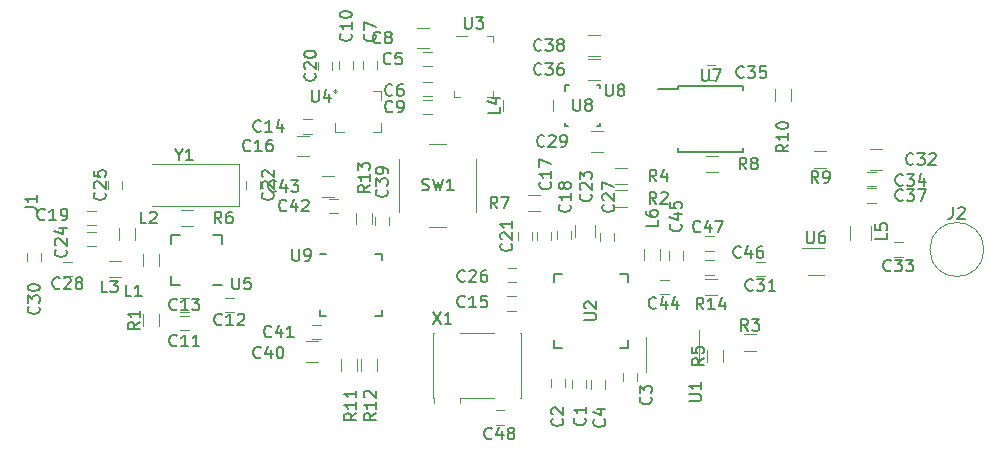
<source format=gbr>
G04 #@! TF.GenerationSoftware,KiCad,Pcbnew,(5.0.0-rc2-dev-311-g1dd4af297)*
G04 #@! TF.CreationDate,2018-03-29T11:26:03-07:00*
G04 #@! TF.ProjectId,Lupo_Testing,4C75706F5F54657374696E672E6B6963,rev?*
G04 #@! TF.SameCoordinates,Original*
G04 #@! TF.FileFunction,Legend,Top*
G04 #@! TF.FilePolarity,Positive*
%FSLAX46Y46*%
G04 Gerber Fmt 4.6, Leading zero omitted, Abs format (unit mm)*
G04 Created by KiCad (PCBNEW (5.0.0-rc2-dev-311-g1dd4af297)) date 03/29/18 11:26:03*
%MOMM*%
%LPD*%
G01*
G04 APERTURE LIST*
%ADD10C,0.152400*%
%ADD11C,0.120000*%
%ADD12C,0.150000*%
G04 APERTURE END LIST*
D10*
X242268002Y-104600002D02*
X242268002Y-103930741D01*
X242268002Y-98345998D02*
X241598741Y-98345998D01*
X236013998Y-98345998D02*
X236013998Y-99015259D01*
X236013998Y-104600002D02*
X236683259Y-104600002D01*
X241598741Y-104600002D02*
X242268002Y-104600002D01*
X242268002Y-99015259D02*
X242268002Y-98345998D01*
X236683259Y-98345998D02*
X236013998Y-98345998D01*
X236013998Y-103930741D02*
X236013998Y-104600002D01*
D11*
X227685000Y-78172000D02*
X228635000Y-78172000D01*
X227585000Y-83372000D02*
X227585000Y-82872000D01*
X228085000Y-83372000D02*
X227585000Y-83372000D01*
X230885000Y-83372000D02*
X230385000Y-83372000D01*
X230885000Y-82872000D02*
X230885000Y-83372000D01*
X230885000Y-78172000D02*
X230885000Y-78672000D01*
X230385000Y-78172000D02*
X230885000Y-78172000D01*
X257491000Y-98442000D02*
X258891000Y-98442000D01*
X258891000Y-96122000D02*
X256991000Y-96122000D01*
D12*
X246551000Y-82667000D02*
X244801000Y-82667000D01*
X246551000Y-87972000D02*
X252051000Y-87972000D01*
X246551000Y-82462000D02*
X252051000Y-82462000D01*
X246551000Y-87972000D02*
X246551000Y-87672000D01*
X252051000Y-87972000D02*
X252051000Y-87672000D01*
X252051000Y-82462000D02*
X252051000Y-82762000D01*
X246551000Y-82462000D02*
X246551000Y-82667000D01*
D10*
X239876000Y-85773999D02*
X239876000Y-85574000D01*
X239676000Y-85773999D02*
X239876000Y-85773999D01*
X239876000Y-82574000D02*
X239876000Y-82374001D01*
X239676000Y-82374001D02*
X239876000Y-82374001D01*
X236976000Y-85773999D02*
X237176000Y-85773999D01*
X236976000Y-85773999D02*
X236976000Y-85574000D01*
X236976000Y-82874000D02*
X236976000Y-82374001D01*
X236976000Y-82374001D02*
X237326000Y-82374001D01*
D11*
X248323000Y-105940000D02*
X248323000Y-103040000D01*
X243823000Y-103640000D02*
X243823000Y-106640000D01*
X218256000Y-86282000D02*
X217506000Y-86282000D01*
X221406000Y-85582000D02*
X221406000Y-86282000D01*
X220656000Y-82882000D02*
X221406000Y-82882000D01*
X221406000Y-82882000D02*
X221406000Y-83582000D01*
X221406000Y-86282000D02*
X220656000Y-86282000D01*
X217506000Y-86282000D02*
X217506000Y-85582000D01*
X217656000Y-82882000D02*
G75*
G03X217656000Y-82882000I-150000J0D01*
G01*
X217566000Y-82882000D02*
G75*
G03X217566000Y-82882000I-60000J0D01*
G01*
D12*
X203590000Y-99305000D02*
X204365000Y-99305000D01*
X203590000Y-95005000D02*
X204365000Y-95005000D01*
X207890000Y-95005000D02*
X207115000Y-95005000D01*
X207890000Y-99305000D02*
X207115000Y-99305000D01*
X203590000Y-95005000D02*
X203590000Y-95780000D01*
X207890000Y-95005000D02*
X207890000Y-95780000D01*
X203590000Y-99305000D02*
X203590000Y-98530000D01*
X221419500Y-96662500D02*
X220894500Y-96662500D01*
X221419500Y-101912500D02*
X220894500Y-101912500D01*
X216169500Y-101912500D02*
X216694500Y-101912500D01*
X216169500Y-96662500D02*
X216694500Y-96662500D01*
X221419500Y-101912500D02*
X221419500Y-101387500D01*
X216169500Y-101912500D02*
X216169500Y-101387500D01*
X221419500Y-96662500D02*
X221419500Y-97187500D01*
D11*
X238725000Y-107285000D02*
X238725000Y-107985000D01*
X237525000Y-107985000D02*
X237525000Y-107285000D01*
X236947000Y-107219000D02*
X236947000Y-107919000D01*
X235747000Y-107919000D02*
X235747000Y-107219000D01*
X241843000Y-107411000D02*
X241843000Y-106711000D01*
X243043000Y-106711000D02*
X243043000Y-107411000D01*
X239176000Y-108046000D02*
X239176000Y-107346000D01*
X240376000Y-107346000D02*
X240376000Y-108046000D01*
X225648000Y-80737000D02*
X224948000Y-80737000D01*
X224948000Y-79537000D02*
X225648000Y-79537000D01*
X224948000Y-82077000D02*
X225648000Y-82077000D01*
X225648000Y-83277000D02*
X224948000Y-83277000D01*
X219872000Y-80995000D02*
X219872000Y-80295000D01*
X221072000Y-80295000D02*
X221072000Y-80995000D01*
X224417000Y-79209000D02*
X225417000Y-79209000D01*
X225417000Y-77509000D02*
X224417000Y-77509000D01*
X224948000Y-83601000D02*
X225648000Y-83601000D01*
X225648000Y-84801000D02*
X224948000Y-84801000D01*
X219040000Y-80295000D02*
X219040000Y-80995000D01*
X217840000Y-80995000D02*
X217840000Y-80295000D01*
X204374000Y-101889000D02*
X205074000Y-101889000D01*
X205074000Y-103089000D02*
X204374000Y-103089000D01*
X208184000Y-100365000D02*
X208884000Y-100365000D01*
X208884000Y-101565000D02*
X208184000Y-101565000D01*
X205074000Y-101565000D02*
X204374000Y-101565000D01*
X204374000Y-100365000D02*
X205074000Y-100365000D01*
X215488000Y-86452000D02*
X214788000Y-86452000D01*
X214788000Y-85252000D02*
X215488000Y-85252000D01*
X232060000Y-100238000D02*
X232760000Y-100238000D01*
X232760000Y-101438000D02*
X232060000Y-101438000D01*
X215257000Y-86653000D02*
X214257000Y-86653000D01*
X214257000Y-88353000D02*
X215257000Y-88353000D01*
X235804000Y-94773000D02*
X235804000Y-95473000D01*
X234604000Y-95473000D02*
X234604000Y-94773000D01*
X237455000Y-94712000D02*
X237455000Y-95412000D01*
X236255000Y-95412000D02*
X236255000Y-94712000D01*
X197200000Y-94199000D02*
X196500000Y-94199000D01*
X196500000Y-92999000D02*
X197200000Y-92999000D01*
X217262000Y-80361000D02*
X217262000Y-81061000D01*
X216062000Y-81061000D02*
X216062000Y-80361000D01*
X232953000Y-95473000D02*
X232953000Y-94773000D01*
X234153000Y-94773000D02*
X234153000Y-95473000D01*
X209966000Y-91155000D02*
X209966000Y-90455000D01*
X211166000Y-90455000D02*
X211166000Y-91155000D01*
X239483000Y-95222000D02*
X239483000Y-94222000D01*
X237783000Y-94222000D02*
X237783000Y-95222000D01*
X196500000Y-94777000D02*
X197200000Y-94777000D01*
X197200000Y-95977000D02*
X196500000Y-95977000D01*
X198282000Y-91155000D02*
X198282000Y-90455000D01*
X199482000Y-90455000D02*
X199482000Y-91155000D01*
X232821000Y-99025000D02*
X232121000Y-99025000D01*
X232121000Y-97825000D02*
X232821000Y-97825000D01*
X239938000Y-95534000D02*
X239938000Y-94834000D01*
X241138000Y-94834000D02*
X241138000Y-95534000D01*
X194468000Y-97317000D02*
X195168000Y-97317000D01*
X195168000Y-98517000D02*
X194468000Y-98517000D01*
X239169000Y-87972000D02*
X240169000Y-87972000D01*
X240169000Y-86272000D02*
X239169000Y-86272000D01*
X191424000Y-97251000D02*
X191424000Y-96551000D01*
X192624000Y-96551000D02*
X192624000Y-97251000D01*
X253142000Y-97317000D02*
X253842000Y-97317000D01*
X253842000Y-98517000D02*
X253142000Y-98517000D01*
X262771000Y-89496000D02*
X263771000Y-89496000D01*
X263771000Y-87796000D02*
X262771000Y-87796000D01*
X265526000Y-96866000D02*
X264826000Y-96866000D01*
X264826000Y-95666000D02*
X265526000Y-95666000D01*
X263240000Y-90897000D02*
X262540000Y-90897000D01*
X262540000Y-89697000D02*
X263240000Y-89697000D01*
X249651000Y-81880000D02*
X248951000Y-81880000D01*
X248951000Y-80680000D02*
X249651000Y-80680000D01*
X238915000Y-81876000D02*
X239915000Y-81876000D01*
X239915000Y-80176000D02*
X238915000Y-80176000D01*
X263240000Y-92294000D02*
X262540000Y-92294000D01*
X262540000Y-91094000D02*
X263240000Y-91094000D01*
X239895000Y-78144000D02*
X238895000Y-78144000D01*
X238895000Y-79844000D02*
X239895000Y-79844000D01*
X220888000Y-94203000D02*
X220888000Y-93503000D01*
X222088000Y-93503000D02*
X222088000Y-94203000D01*
X215019000Y-105752000D02*
X216019000Y-105752000D01*
X216019000Y-104052000D02*
X215019000Y-104052000D01*
X215550000Y-102651000D02*
X216250000Y-102651000D01*
X216250000Y-103851000D02*
X215550000Y-103851000D01*
X217708000Y-93183000D02*
X217008000Y-93183000D01*
X217008000Y-91983000D02*
X217708000Y-91983000D01*
X217416000Y-90082000D02*
X216416000Y-90082000D01*
X216416000Y-91782000D02*
X217416000Y-91782000D01*
X245014000Y-98841000D02*
X245714000Y-98841000D01*
X245714000Y-100041000D02*
X245014000Y-100041000D01*
X246980000Y-96424000D02*
X246980000Y-97124000D01*
X245780000Y-97124000D02*
X245780000Y-96424000D01*
X248824000Y-97190000D02*
X249524000Y-97190000D01*
X249524000Y-98390000D02*
X248824000Y-98390000D01*
X249524000Y-96358000D02*
X248824000Y-96358000D01*
X248824000Y-95158000D02*
X249524000Y-95158000D01*
X231810000Y-111090000D02*
X231110000Y-111090000D01*
X231110000Y-109890000D02*
X231810000Y-109890000D01*
X272415000Y-96266000D02*
G75*
G03X272415000Y-96266000I-2286000J0D01*
G01*
X202610000Y-96655000D02*
X202610000Y-97655000D01*
X201250000Y-97655000D02*
X201250000Y-96655000D01*
X199218000Y-95453000D02*
X199218000Y-94453000D01*
X200578000Y-94453000D02*
X200578000Y-95453000D01*
X199382000Y-98597000D02*
X198382000Y-98597000D01*
X198382000Y-97237000D02*
X199382000Y-97237000D01*
X235907000Y-84569000D02*
X235907000Y-83579000D01*
X231707000Y-84569000D02*
X231707000Y-83579000D01*
X262881000Y-94269000D02*
X262881000Y-95469000D01*
X261121000Y-95469000D02*
X261121000Y-94269000D01*
X243668000Y-97190000D02*
X243668000Y-96190000D01*
X245028000Y-96190000D02*
X245028000Y-97190000D01*
X202610000Y-101735000D02*
X202610000Y-102735000D01*
X201250000Y-102735000D02*
X201250000Y-101735000D01*
X242224000Y-92628000D02*
X241224000Y-92628000D01*
X241224000Y-91268000D02*
X242224000Y-91268000D01*
X253103000Y-104820000D02*
X252103000Y-104820000D01*
X252103000Y-103460000D02*
X253103000Y-103460000D01*
X241224000Y-89363000D02*
X242224000Y-89363000D01*
X242224000Y-90723000D02*
X241224000Y-90723000D01*
X249002000Y-105783000D02*
X249002000Y-104783000D01*
X250362000Y-104783000D02*
X250362000Y-105783000D01*
X204478000Y-92919000D02*
X205478000Y-92919000D01*
X205478000Y-94279000D02*
X204478000Y-94279000D01*
X233815000Y-91649000D02*
X234815000Y-91649000D01*
X234815000Y-93009000D02*
X233815000Y-93009000D01*
X249928000Y-89707000D02*
X248928000Y-89707000D01*
X248928000Y-88347000D02*
X249928000Y-88347000D01*
X258072000Y-87966000D02*
X259072000Y-87966000D01*
X259072000Y-89326000D02*
X258072000Y-89326000D01*
X256077000Y-82685000D02*
X256077000Y-83685000D01*
X254717000Y-83685000D02*
X254717000Y-82685000D01*
X219374000Y-105545000D02*
X219374000Y-106545000D01*
X218014000Y-106545000D02*
X218014000Y-105545000D01*
X219665000Y-106545000D02*
X219665000Y-105545000D01*
X221025000Y-105545000D02*
X221025000Y-106545000D01*
X220644000Y-93142000D02*
X220644000Y-94142000D01*
X219284000Y-94142000D02*
X219284000Y-93142000D01*
X249801000Y-100121000D02*
X248801000Y-100121000D01*
X248801000Y-98761000D02*
X249801000Y-98761000D01*
X226901000Y-87357000D02*
X225401000Y-87357000D01*
X222901000Y-88607000D02*
X222901000Y-93107000D01*
X225401000Y-94357000D02*
X226901000Y-94357000D01*
X229401000Y-93107000D02*
X229401000Y-88607000D01*
X209349000Y-89005000D02*
X202024000Y-89005000D01*
X209349000Y-92605000D02*
X209349000Y-89005000D01*
X202024000Y-92605000D02*
X209349000Y-92605000D01*
X228049000Y-108817000D02*
X228049000Y-109277000D01*
X230929000Y-108817000D02*
X228049000Y-108817000D01*
X225789000Y-103337000D02*
X225849000Y-103337000D01*
X225789000Y-108817000D02*
X225789000Y-103337000D01*
X225849000Y-108817000D02*
X225789000Y-108817000D01*
X225849000Y-109277000D02*
X225849000Y-108817000D01*
X228049000Y-103337000D02*
X230929000Y-103337000D01*
X233189000Y-108817000D02*
X233129000Y-108817000D01*
X233189000Y-103337000D02*
X233189000Y-108817000D01*
X233129000Y-103337000D02*
X233189000Y-103337000D01*
D12*
X238593380Y-102234904D02*
X239402904Y-102234904D01*
X239498142Y-102187285D01*
X239545761Y-102139666D01*
X239593380Y-102044428D01*
X239593380Y-101853952D01*
X239545761Y-101758714D01*
X239498142Y-101711095D01*
X239402904Y-101663476D01*
X238593380Y-101663476D01*
X238688619Y-101234904D02*
X238641000Y-101187285D01*
X238593380Y-101092047D01*
X238593380Y-100853952D01*
X238641000Y-100758714D01*
X238688619Y-100711095D01*
X238783857Y-100663476D01*
X238879095Y-100663476D01*
X239021952Y-100711095D01*
X239593380Y-101282523D01*
X239593380Y-100663476D01*
X238593380Y-102234904D02*
X239402904Y-102234904D01*
X239498142Y-102187285D01*
X239545761Y-102139666D01*
X239593380Y-102044428D01*
X239593380Y-101853952D01*
X239545761Y-101758714D01*
X239498142Y-101711095D01*
X239402904Y-101663476D01*
X238593380Y-101663476D01*
X238688619Y-101234904D02*
X238641000Y-101187285D01*
X238593380Y-101092047D01*
X238593380Y-100853952D01*
X238641000Y-100758714D01*
X238688619Y-100711095D01*
X238783857Y-100663476D01*
X238879095Y-100663476D01*
X239021952Y-100711095D01*
X239593380Y-101282523D01*
X239593380Y-100663476D01*
X228473095Y-76574380D02*
X228473095Y-77383904D01*
X228520714Y-77479142D01*
X228568333Y-77526761D01*
X228663571Y-77574380D01*
X228854047Y-77574380D01*
X228949285Y-77526761D01*
X228996904Y-77479142D01*
X229044523Y-77383904D01*
X229044523Y-76574380D01*
X229425476Y-76574380D02*
X230044523Y-76574380D01*
X229711190Y-76955333D01*
X229854047Y-76955333D01*
X229949285Y-77002952D01*
X229996904Y-77050571D01*
X230044523Y-77145809D01*
X230044523Y-77383904D01*
X229996904Y-77479142D01*
X229949285Y-77526761D01*
X229854047Y-77574380D01*
X229568333Y-77574380D01*
X229473095Y-77526761D01*
X229425476Y-77479142D01*
X257429095Y-94734380D02*
X257429095Y-95543904D01*
X257476714Y-95639142D01*
X257524333Y-95686761D01*
X257619571Y-95734380D01*
X257810047Y-95734380D01*
X257905285Y-95686761D01*
X257952904Y-95639142D01*
X258000523Y-95543904D01*
X258000523Y-94734380D01*
X258905285Y-94734380D02*
X258714809Y-94734380D01*
X258619571Y-94782000D01*
X258571952Y-94829619D01*
X258476714Y-94972476D01*
X258429095Y-95162952D01*
X258429095Y-95543904D01*
X258476714Y-95639142D01*
X258524333Y-95686761D01*
X258619571Y-95734380D01*
X258810047Y-95734380D01*
X258905285Y-95686761D01*
X258952904Y-95639142D01*
X259000523Y-95543904D01*
X259000523Y-95305809D01*
X258952904Y-95210571D01*
X258905285Y-95162952D01*
X258810047Y-95115333D01*
X258619571Y-95115333D01*
X258524333Y-95162952D01*
X258476714Y-95210571D01*
X258429095Y-95305809D01*
X248539095Y-80989380D02*
X248539095Y-81798904D01*
X248586714Y-81894142D01*
X248634333Y-81941761D01*
X248729571Y-81989380D01*
X248920047Y-81989380D01*
X249015285Y-81941761D01*
X249062904Y-81894142D01*
X249110523Y-81798904D01*
X249110523Y-80989380D01*
X249491476Y-80989380D02*
X250158142Y-80989380D01*
X249729571Y-81989380D01*
X237664095Y-83526380D02*
X237664095Y-84335904D01*
X237711714Y-84431142D01*
X237759333Y-84478761D01*
X237854571Y-84526380D01*
X238045047Y-84526380D01*
X238140285Y-84478761D01*
X238187904Y-84431142D01*
X238235523Y-84335904D01*
X238235523Y-83526380D01*
X238854571Y-83954952D02*
X238759333Y-83907333D01*
X238711714Y-83859714D01*
X238664095Y-83764476D01*
X238664095Y-83716857D01*
X238711714Y-83621619D01*
X238759333Y-83574000D01*
X238854571Y-83526380D01*
X239045047Y-83526380D01*
X239140285Y-83574000D01*
X239187904Y-83621619D01*
X239235523Y-83716857D01*
X239235523Y-83764476D01*
X239187904Y-83859714D01*
X239140285Y-83907333D01*
X239045047Y-83954952D01*
X238854571Y-83954952D01*
X238759333Y-84002571D01*
X238711714Y-84050190D01*
X238664095Y-84145428D01*
X238664095Y-84335904D01*
X238711714Y-84431142D01*
X238759333Y-84478761D01*
X238854571Y-84526380D01*
X239045047Y-84526380D01*
X239140285Y-84478761D01*
X239187904Y-84431142D01*
X239235523Y-84335904D01*
X239235523Y-84145428D01*
X239187904Y-84050190D01*
X239140285Y-84002571D01*
X239045047Y-83954952D01*
X240411095Y-82256380D02*
X240411095Y-83065904D01*
X240458714Y-83161142D01*
X240506333Y-83208761D01*
X240601571Y-83256380D01*
X240792047Y-83256380D01*
X240887285Y-83208761D01*
X240934904Y-83161142D01*
X240982523Y-83065904D01*
X240982523Y-82256380D01*
X241601571Y-82684952D02*
X241506333Y-82637333D01*
X241458714Y-82589714D01*
X241411095Y-82494476D01*
X241411095Y-82446857D01*
X241458714Y-82351619D01*
X241506333Y-82304000D01*
X241601571Y-82256380D01*
X241792047Y-82256380D01*
X241887285Y-82304000D01*
X241934904Y-82351619D01*
X241982523Y-82446857D01*
X241982523Y-82494476D01*
X241934904Y-82589714D01*
X241887285Y-82637333D01*
X241792047Y-82684952D01*
X241601571Y-82684952D01*
X241506333Y-82732571D01*
X241458714Y-82780190D01*
X241411095Y-82875428D01*
X241411095Y-83065904D01*
X241458714Y-83161142D01*
X241506333Y-83208761D01*
X241601571Y-83256380D01*
X241792047Y-83256380D01*
X241887285Y-83208761D01*
X241934904Y-83161142D01*
X241982523Y-83065904D01*
X241982523Y-82875428D01*
X241934904Y-82780190D01*
X241887285Y-82732571D01*
X241792047Y-82684952D01*
X247483380Y-109092904D02*
X248292904Y-109092904D01*
X248388142Y-109045285D01*
X248435761Y-108997666D01*
X248483380Y-108902428D01*
X248483380Y-108711952D01*
X248435761Y-108616714D01*
X248388142Y-108569095D01*
X248292904Y-108521476D01*
X247483380Y-108521476D01*
X248483380Y-107521476D02*
X248483380Y-108092904D01*
X248483380Y-107807190D02*
X247483380Y-107807190D01*
X247626238Y-107902428D01*
X247721476Y-107997666D01*
X247769095Y-108092904D01*
X215519095Y-82764380D02*
X215519095Y-83573904D01*
X215566714Y-83669142D01*
X215614333Y-83716761D01*
X215709571Y-83764380D01*
X215900047Y-83764380D01*
X215995285Y-83716761D01*
X216042904Y-83669142D01*
X216090523Y-83573904D01*
X216090523Y-82764380D01*
X216995285Y-83097714D02*
X216995285Y-83764380D01*
X216757190Y-82716761D02*
X216519095Y-83431047D01*
X217138142Y-83431047D01*
X208788095Y-98639380D02*
X208788095Y-99448904D01*
X208835714Y-99544142D01*
X208883333Y-99591761D01*
X208978571Y-99639380D01*
X209169047Y-99639380D01*
X209264285Y-99591761D01*
X209311904Y-99544142D01*
X209359523Y-99448904D01*
X209359523Y-98639380D01*
X210311904Y-98639380D02*
X209835714Y-98639380D01*
X209788095Y-99115571D01*
X209835714Y-99067952D01*
X209930952Y-99020333D01*
X210169047Y-99020333D01*
X210264285Y-99067952D01*
X210311904Y-99115571D01*
X210359523Y-99210809D01*
X210359523Y-99448904D01*
X210311904Y-99544142D01*
X210264285Y-99591761D01*
X210169047Y-99639380D01*
X209930952Y-99639380D01*
X209835714Y-99591761D01*
X209788095Y-99544142D01*
X213868095Y-96226380D02*
X213868095Y-97035904D01*
X213915714Y-97131142D01*
X213963333Y-97178761D01*
X214058571Y-97226380D01*
X214249047Y-97226380D01*
X214344285Y-97178761D01*
X214391904Y-97131142D01*
X214439523Y-97035904D01*
X214439523Y-96226380D01*
X214963333Y-97226380D02*
X215153809Y-97226380D01*
X215249047Y-97178761D01*
X215296666Y-97131142D01*
X215391904Y-96988285D01*
X215439523Y-96797809D01*
X215439523Y-96416857D01*
X215391904Y-96321619D01*
X215344285Y-96274000D01*
X215249047Y-96226380D01*
X215058571Y-96226380D01*
X214963333Y-96274000D01*
X214915714Y-96321619D01*
X214868095Y-96416857D01*
X214868095Y-96654952D01*
X214915714Y-96750190D01*
X214963333Y-96797809D01*
X215058571Y-96845428D01*
X215249047Y-96845428D01*
X215344285Y-96797809D01*
X215391904Y-96750190D01*
X215439523Y-96654952D01*
X238609142Y-110529666D02*
X238656761Y-110577285D01*
X238704380Y-110720142D01*
X238704380Y-110815380D01*
X238656761Y-110958238D01*
X238561523Y-111053476D01*
X238466285Y-111101095D01*
X238275809Y-111148714D01*
X238132952Y-111148714D01*
X237942476Y-111101095D01*
X237847238Y-111053476D01*
X237752000Y-110958238D01*
X237704380Y-110815380D01*
X237704380Y-110720142D01*
X237752000Y-110577285D01*
X237799619Y-110529666D01*
X238704380Y-109577285D02*
X238704380Y-110148714D01*
X238704380Y-109863000D02*
X237704380Y-109863000D01*
X237847238Y-109958238D01*
X237942476Y-110053476D01*
X237990095Y-110148714D01*
X236704142Y-110590666D02*
X236751761Y-110638285D01*
X236799380Y-110781142D01*
X236799380Y-110876380D01*
X236751761Y-111019238D01*
X236656523Y-111114476D01*
X236561285Y-111162095D01*
X236370809Y-111209714D01*
X236227952Y-111209714D01*
X236037476Y-111162095D01*
X235942238Y-111114476D01*
X235847000Y-111019238D01*
X235799380Y-110876380D01*
X235799380Y-110781142D01*
X235847000Y-110638285D01*
X235894619Y-110590666D01*
X235894619Y-110209714D02*
X235847000Y-110162095D01*
X235799380Y-110066857D01*
X235799380Y-109828761D01*
X235847000Y-109733523D01*
X235894619Y-109685904D01*
X235989857Y-109638285D01*
X236085095Y-109638285D01*
X236227952Y-109685904D01*
X236799380Y-110257333D01*
X236799380Y-109638285D01*
X244197142Y-108751666D02*
X244244761Y-108799285D01*
X244292380Y-108942142D01*
X244292380Y-109037380D01*
X244244761Y-109180238D01*
X244149523Y-109275476D01*
X244054285Y-109323095D01*
X243863809Y-109370714D01*
X243720952Y-109370714D01*
X243530476Y-109323095D01*
X243435238Y-109275476D01*
X243340000Y-109180238D01*
X243292380Y-109037380D01*
X243292380Y-108942142D01*
X243340000Y-108799285D01*
X243387619Y-108751666D01*
X243292380Y-108418333D02*
X243292380Y-107799285D01*
X243673333Y-108132619D01*
X243673333Y-107989761D01*
X243720952Y-107894523D01*
X243768571Y-107846904D01*
X243863809Y-107799285D01*
X244101904Y-107799285D01*
X244197142Y-107846904D01*
X244244761Y-107894523D01*
X244292380Y-107989761D01*
X244292380Y-108275476D01*
X244244761Y-108370714D01*
X244197142Y-108418333D01*
X240260142Y-110656666D02*
X240307761Y-110704285D01*
X240355380Y-110847142D01*
X240355380Y-110942380D01*
X240307761Y-111085238D01*
X240212523Y-111180476D01*
X240117285Y-111228095D01*
X239926809Y-111275714D01*
X239783952Y-111275714D01*
X239593476Y-111228095D01*
X239498238Y-111180476D01*
X239403000Y-111085238D01*
X239355380Y-110942380D01*
X239355380Y-110847142D01*
X239403000Y-110704285D01*
X239450619Y-110656666D01*
X239688714Y-109799523D02*
X240355380Y-109799523D01*
X239307761Y-110037619D02*
X240022047Y-110275714D01*
X240022047Y-109656666D01*
X222210333Y-80494142D02*
X222162714Y-80541761D01*
X222019857Y-80589380D01*
X221924619Y-80589380D01*
X221781761Y-80541761D01*
X221686523Y-80446523D01*
X221638904Y-80351285D01*
X221591285Y-80160809D01*
X221591285Y-80017952D01*
X221638904Y-79827476D01*
X221686523Y-79732238D01*
X221781761Y-79637000D01*
X221924619Y-79589380D01*
X222019857Y-79589380D01*
X222162714Y-79637000D01*
X222210333Y-79684619D01*
X223115095Y-79589380D02*
X222638904Y-79589380D01*
X222591285Y-80065571D01*
X222638904Y-80017952D01*
X222734142Y-79970333D01*
X222972238Y-79970333D01*
X223067476Y-80017952D01*
X223115095Y-80065571D01*
X223162714Y-80160809D01*
X223162714Y-80398904D01*
X223115095Y-80494142D01*
X223067476Y-80541761D01*
X222972238Y-80589380D01*
X222734142Y-80589380D01*
X222638904Y-80541761D01*
X222591285Y-80494142D01*
X222337333Y-83161142D02*
X222289714Y-83208761D01*
X222146857Y-83256380D01*
X222051619Y-83256380D01*
X221908761Y-83208761D01*
X221813523Y-83113523D01*
X221765904Y-83018285D01*
X221718285Y-82827809D01*
X221718285Y-82684952D01*
X221765904Y-82494476D01*
X221813523Y-82399238D01*
X221908761Y-82304000D01*
X222051619Y-82256380D01*
X222146857Y-82256380D01*
X222289714Y-82304000D01*
X222337333Y-82351619D01*
X223194476Y-82256380D02*
X223004000Y-82256380D01*
X222908761Y-82304000D01*
X222861142Y-82351619D01*
X222765904Y-82494476D01*
X222718285Y-82684952D01*
X222718285Y-83065904D01*
X222765904Y-83161142D01*
X222813523Y-83208761D01*
X222908761Y-83256380D01*
X223099238Y-83256380D01*
X223194476Y-83208761D01*
X223242095Y-83161142D01*
X223289714Y-83065904D01*
X223289714Y-82827809D01*
X223242095Y-82732571D01*
X223194476Y-82684952D01*
X223099238Y-82637333D01*
X222908761Y-82637333D01*
X222813523Y-82684952D01*
X222765904Y-82732571D01*
X222718285Y-82827809D01*
X220829142Y-78017666D02*
X220876761Y-78065285D01*
X220924380Y-78208142D01*
X220924380Y-78303380D01*
X220876761Y-78446238D01*
X220781523Y-78541476D01*
X220686285Y-78589095D01*
X220495809Y-78636714D01*
X220352952Y-78636714D01*
X220162476Y-78589095D01*
X220067238Y-78541476D01*
X219972000Y-78446238D01*
X219924380Y-78303380D01*
X219924380Y-78208142D01*
X219972000Y-78065285D01*
X220019619Y-78017666D01*
X219924380Y-77684333D02*
X219924380Y-77017666D01*
X220924380Y-77446238D01*
X221321333Y-78716142D02*
X221273714Y-78763761D01*
X221130857Y-78811380D01*
X221035619Y-78811380D01*
X220892761Y-78763761D01*
X220797523Y-78668523D01*
X220749904Y-78573285D01*
X220702285Y-78382809D01*
X220702285Y-78239952D01*
X220749904Y-78049476D01*
X220797523Y-77954238D01*
X220892761Y-77859000D01*
X221035619Y-77811380D01*
X221130857Y-77811380D01*
X221273714Y-77859000D01*
X221321333Y-77906619D01*
X221892761Y-78239952D02*
X221797523Y-78192333D01*
X221749904Y-78144714D01*
X221702285Y-78049476D01*
X221702285Y-78001857D01*
X221749904Y-77906619D01*
X221797523Y-77859000D01*
X221892761Y-77811380D01*
X222083238Y-77811380D01*
X222178476Y-77859000D01*
X222226095Y-77906619D01*
X222273714Y-78001857D01*
X222273714Y-78049476D01*
X222226095Y-78144714D01*
X222178476Y-78192333D01*
X222083238Y-78239952D01*
X221892761Y-78239952D01*
X221797523Y-78287571D01*
X221749904Y-78335190D01*
X221702285Y-78430428D01*
X221702285Y-78620904D01*
X221749904Y-78716142D01*
X221797523Y-78763761D01*
X221892761Y-78811380D01*
X222083238Y-78811380D01*
X222178476Y-78763761D01*
X222226095Y-78716142D01*
X222273714Y-78620904D01*
X222273714Y-78430428D01*
X222226095Y-78335190D01*
X222178476Y-78287571D01*
X222083238Y-78239952D01*
X222337333Y-84558142D02*
X222289714Y-84605761D01*
X222146857Y-84653380D01*
X222051619Y-84653380D01*
X221908761Y-84605761D01*
X221813523Y-84510523D01*
X221765904Y-84415285D01*
X221718285Y-84224809D01*
X221718285Y-84081952D01*
X221765904Y-83891476D01*
X221813523Y-83796238D01*
X221908761Y-83701000D01*
X222051619Y-83653380D01*
X222146857Y-83653380D01*
X222289714Y-83701000D01*
X222337333Y-83748619D01*
X222813523Y-84653380D02*
X223004000Y-84653380D01*
X223099238Y-84605761D01*
X223146857Y-84558142D01*
X223242095Y-84415285D01*
X223289714Y-84224809D01*
X223289714Y-83843857D01*
X223242095Y-83748619D01*
X223194476Y-83701000D01*
X223099238Y-83653380D01*
X222908761Y-83653380D01*
X222813523Y-83701000D01*
X222765904Y-83748619D01*
X222718285Y-83843857D01*
X222718285Y-84081952D01*
X222765904Y-84177190D01*
X222813523Y-84224809D01*
X222908761Y-84272428D01*
X223099238Y-84272428D01*
X223194476Y-84224809D01*
X223242095Y-84177190D01*
X223289714Y-84081952D01*
X218797142Y-77985857D02*
X218844761Y-78033476D01*
X218892380Y-78176333D01*
X218892380Y-78271571D01*
X218844761Y-78414428D01*
X218749523Y-78509666D01*
X218654285Y-78557285D01*
X218463809Y-78604904D01*
X218320952Y-78604904D01*
X218130476Y-78557285D01*
X218035238Y-78509666D01*
X217940000Y-78414428D01*
X217892380Y-78271571D01*
X217892380Y-78176333D01*
X217940000Y-78033476D01*
X217987619Y-77985857D01*
X218892380Y-77033476D02*
X218892380Y-77604904D01*
X218892380Y-77319190D02*
X217892380Y-77319190D01*
X218035238Y-77414428D01*
X218130476Y-77509666D01*
X218178095Y-77604904D01*
X217892380Y-76414428D02*
X217892380Y-76319190D01*
X217940000Y-76223952D01*
X217987619Y-76176333D01*
X218082857Y-76128714D01*
X218273333Y-76081095D01*
X218511428Y-76081095D01*
X218701904Y-76128714D01*
X218797142Y-76176333D01*
X218844761Y-76223952D01*
X218892380Y-76319190D01*
X218892380Y-76414428D01*
X218844761Y-76509666D01*
X218797142Y-76557285D01*
X218701904Y-76604904D01*
X218511428Y-76652523D01*
X218273333Y-76652523D01*
X218082857Y-76604904D01*
X217987619Y-76557285D01*
X217940000Y-76509666D01*
X217892380Y-76414428D01*
X204081142Y-104370142D02*
X204033523Y-104417761D01*
X203890666Y-104465380D01*
X203795428Y-104465380D01*
X203652571Y-104417761D01*
X203557333Y-104322523D01*
X203509714Y-104227285D01*
X203462095Y-104036809D01*
X203462095Y-103893952D01*
X203509714Y-103703476D01*
X203557333Y-103608238D01*
X203652571Y-103513000D01*
X203795428Y-103465380D01*
X203890666Y-103465380D01*
X204033523Y-103513000D01*
X204081142Y-103560619D01*
X205033523Y-104465380D02*
X204462095Y-104465380D01*
X204747809Y-104465380D02*
X204747809Y-103465380D01*
X204652571Y-103608238D01*
X204557333Y-103703476D01*
X204462095Y-103751095D01*
X205985904Y-104465380D02*
X205414476Y-104465380D01*
X205700190Y-104465380D02*
X205700190Y-103465380D01*
X205604952Y-103608238D01*
X205509714Y-103703476D01*
X205414476Y-103751095D01*
X207891142Y-102592142D02*
X207843523Y-102639761D01*
X207700666Y-102687380D01*
X207605428Y-102687380D01*
X207462571Y-102639761D01*
X207367333Y-102544523D01*
X207319714Y-102449285D01*
X207272095Y-102258809D01*
X207272095Y-102115952D01*
X207319714Y-101925476D01*
X207367333Y-101830238D01*
X207462571Y-101735000D01*
X207605428Y-101687380D01*
X207700666Y-101687380D01*
X207843523Y-101735000D01*
X207891142Y-101782619D01*
X208843523Y-102687380D02*
X208272095Y-102687380D01*
X208557809Y-102687380D02*
X208557809Y-101687380D01*
X208462571Y-101830238D01*
X208367333Y-101925476D01*
X208272095Y-101973095D01*
X209224476Y-101782619D02*
X209272095Y-101735000D01*
X209367333Y-101687380D01*
X209605428Y-101687380D01*
X209700666Y-101735000D01*
X209748285Y-101782619D01*
X209795904Y-101877857D01*
X209795904Y-101973095D01*
X209748285Y-102115952D01*
X209176857Y-102687380D01*
X209795904Y-102687380D01*
X204081142Y-101322142D02*
X204033523Y-101369761D01*
X203890666Y-101417380D01*
X203795428Y-101417380D01*
X203652571Y-101369761D01*
X203557333Y-101274523D01*
X203509714Y-101179285D01*
X203462095Y-100988809D01*
X203462095Y-100845952D01*
X203509714Y-100655476D01*
X203557333Y-100560238D01*
X203652571Y-100465000D01*
X203795428Y-100417380D01*
X203890666Y-100417380D01*
X204033523Y-100465000D01*
X204081142Y-100512619D01*
X205033523Y-101417380D02*
X204462095Y-101417380D01*
X204747809Y-101417380D02*
X204747809Y-100417380D01*
X204652571Y-100560238D01*
X204557333Y-100655476D01*
X204462095Y-100703095D01*
X205366857Y-100417380D02*
X205985904Y-100417380D01*
X205652571Y-100798333D01*
X205795428Y-100798333D01*
X205890666Y-100845952D01*
X205938285Y-100893571D01*
X205985904Y-100988809D01*
X205985904Y-101226904D01*
X205938285Y-101322142D01*
X205890666Y-101369761D01*
X205795428Y-101417380D01*
X205509714Y-101417380D01*
X205414476Y-101369761D01*
X205366857Y-101322142D01*
X211193142Y-86209142D02*
X211145523Y-86256761D01*
X211002666Y-86304380D01*
X210907428Y-86304380D01*
X210764571Y-86256761D01*
X210669333Y-86161523D01*
X210621714Y-86066285D01*
X210574095Y-85875809D01*
X210574095Y-85732952D01*
X210621714Y-85542476D01*
X210669333Y-85447238D01*
X210764571Y-85352000D01*
X210907428Y-85304380D01*
X211002666Y-85304380D01*
X211145523Y-85352000D01*
X211193142Y-85399619D01*
X212145523Y-86304380D02*
X211574095Y-86304380D01*
X211859809Y-86304380D02*
X211859809Y-85304380D01*
X211764571Y-85447238D01*
X211669333Y-85542476D01*
X211574095Y-85590095D01*
X213002666Y-85637714D02*
X213002666Y-86304380D01*
X212764571Y-85256761D02*
X212526476Y-85971047D01*
X213145523Y-85971047D01*
X228465142Y-101068142D02*
X228417523Y-101115761D01*
X228274666Y-101163380D01*
X228179428Y-101163380D01*
X228036571Y-101115761D01*
X227941333Y-101020523D01*
X227893714Y-100925285D01*
X227846095Y-100734809D01*
X227846095Y-100591952D01*
X227893714Y-100401476D01*
X227941333Y-100306238D01*
X228036571Y-100211000D01*
X228179428Y-100163380D01*
X228274666Y-100163380D01*
X228417523Y-100211000D01*
X228465142Y-100258619D01*
X229417523Y-101163380D02*
X228846095Y-101163380D01*
X229131809Y-101163380D02*
X229131809Y-100163380D01*
X229036571Y-100306238D01*
X228941333Y-100401476D01*
X228846095Y-100449095D01*
X230322285Y-100163380D02*
X229846095Y-100163380D01*
X229798476Y-100639571D01*
X229846095Y-100591952D01*
X229941333Y-100544333D01*
X230179428Y-100544333D01*
X230274666Y-100591952D01*
X230322285Y-100639571D01*
X230369904Y-100734809D01*
X230369904Y-100972904D01*
X230322285Y-101068142D01*
X230274666Y-101115761D01*
X230179428Y-101163380D01*
X229941333Y-101163380D01*
X229846095Y-101115761D01*
X229798476Y-101068142D01*
X210304142Y-87860142D02*
X210256523Y-87907761D01*
X210113666Y-87955380D01*
X210018428Y-87955380D01*
X209875571Y-87907761D01*
X209780333Y-87812523D01*
X209732714Y-87717285D01*
X209685095Y-87526809D01*
X209685095Y-87383952D01*
X209732714Y-87193476D01*
X209780333Y-87098238D01*
X209875571Y-87003000D01*
X210018428Y-86955380D01*
X210113666Y-86955380D01*
X210256523Y-87003000D01*
X210304142Y-87050619D01*
X211256523Y-87955380D02*
X210685095Y-87955380D01*
X210970809Y-87955380D02*
X210970809Y-86955380D01*
X210875571Y-87098238D01*
X210780333Y-87193476D01*
X210685095Y-87241095D01*
X212113666Y-86955380D02*
X211923190Y-86955380D01*
X211827952Y-87003000D01*
X211780333Y-87050619D01*
X211685095Y-87193476D01*
X211637476Y-87383952D01*
X211637476Y-87764904D01*
X211685095Y-87860142D01*
X211732714Y-87907761D01*
X211827952Y-87955380D01*
X212018428Y-87955380D01*
X212113666Y-87907761D01*
X212161285Y-87860142D01*
X212208904Y-87764904D01*
X212208904Y-87526809D01*
X212161285Y-87431571D01*
X212113666Y-87383952D01*
X212018428Y-87336333D01*
X211827952Y-87336333D01*
X211732714Y-87383952D01*
X211685095Y-87431571D01*
X211637476Y-87526809D01*
X235688142Y-90558857D02*
X235735761Y-90606476D01*
X235783380Y-90749333D01*
X235783380Y-90844571D01*
X235735761Y-90987428D01*
X235640523Y-91082666D01*
X235545285Y-91130285D01*
X235354809Y-91177904D01*
X235211952Y-91177904D01*
X235021476Y-91130285D01*
X234926238Y-91082666D01*
X234831000Y-90987428D01*
X234783380Y-90844571D01*
X234783380Y-90749333D01*
X234831000Y-90606476D01*
X234878619Y-90558857D01*
X235783380Y-89606476D02*
X235783380Y-90177904D01*
X235783380Y-89892190D02*
X234783380Y-89892190D01*
X234926238Y-89987428D01*
X235021476Y-90082666D01*
X235069095Y-90177904D01*
X234783380Y-89273142D02*
X234783380Y-88606476D01*
X235783380Y-89035047D01*
X237339142Y-92463857D02*
X237386761Y-92511476D01*
X237434380Y-92654333D01*
X237434380Y-92749571D01*
X237386761Y-92892428D01*
X237291523Y-92987666D01*
X237196285Y-93035285D01*
X237005809Y-93082904D01*
X236862952Y-93082904D01*
X236672476Y-93035285D01*
X236577238Y-92987666D01*
X236482000Y-92892428D01*
X236434380Y-92749571D01*
X236434380Y-92654333D01*
X236482000Y-92511476D01*
X236529619Y-92463857D01*
X237434380Y-91511476D02*
X237434380Y-92082904D01*
X237434380Y-91797190D02*
X236434380Y-91797190D01*
X236577238Y-91892428D01*
X236672476Y-91987666D01*
X236720095Y-92082904D01*
X236862952Y-90940047D02*
X236815333Y-91035285D01*
X236767714Y-91082904D01*
X236672476Y-91130523D01*
X236624857Y-91130523D01*
X236529619Y-91082904D01*
X236482000Y-91035285D01*
X236434380Y-90940047D01*
X236434380Y-90749571D01*
X236482000Y-90654333D01*
X236529619Y-90606714D01*
X236624857Y-90559095D01*
X236672476Y-90559095D01*
X236767714Y-90606714D01*
X236815333Y-90654333D01*
X236862952Y-90749571D01*
X236862952Y-90940047D01*
X236910571Y-91035285D01*
X236958190Y-91082904D01*
X237053428Y-91130523D01*
X237243904Y-91130523D01*
X237339142Y-91082904D01*
X237386761Y-91035285D01*
X237434380Y-90940047D01*
X237434380Y-90749571D01*
X237386761Y-90654333D01*
X237339142Y-90606714D01*
X237243904Y-90559095D01*
X237053428Y-90559095D01*
X236958190Y-90606714D01*
X236910571Y-90654333D01*
X236862952Y-90749571D01*
X192905142Y-93702142D02*
X192857523Y-93749761D01*
X192714666Y-93797380D01*
X192619428Y-93797380D01*
X192476571Y-93749761D01*
X192381333Y-93654523D01*
X192333714Y-93559285D01*
X192286095Y-93368809D01*
X192286095Y-93225952D01*
X192333714Y-93035476D01*
X192381333Y-92940238D01*
X192476571Y-92845000D01*
X192619428Y-92797380D01*
X192714666Y-92797380D01*
X192857523Y-92845000D01*
X192905142Y-92892619D01*
X193857523Y-93797380D02*
X193286095Y-93797380D01*
X193571809Y-93797380D02*
X193571809Y-92797380D01*
X193476571Y-92940238D01*
X193381333Y-93035476D01*
X193286095Y-93083095D01*
X194333714Y-93797380D02*
X194524190Y-93797380D01*
X194619428Y-93749761D01*
X194667047Y-93702142D01*
X194762285Y-93559285D01*
X194809904Y-93368809D01*
X194809904Y-92987857D01*
X194762285Y-92892619D01*
X194714666Y-92845000D01*
X194619428Y-92797380D01*
X194428952Y-92797380D01*
X194333714Y-92845000D01*
X194286095Y-92892619D01*
X194238476Y-92987857D01*
X194238476Y-93225952D01*
X194286095Y-93321190D01*
X194333714Y-93368809D01*
X194428952Y-93416428D01*
X194619428Y-93416428D01*
X194714666Y-93368809D01*
X194762285Y-93321190D01*
X194809904Y-93225952D01*
X215769142Y-81353857D02*
X215816761Y-81401476D01*
X215864380Y-81544333D01*
X215864380Y-81639571D01*
X215816761Y-81782428D01*
X215721523Y-81877666D01*
X215626285Y-81925285D01*
X215435809Y-81972904D01*
X215292952Y-81972904D01*
X215102476Y-81925285D01*
X215007238Y-81877666D01*
X214912000Y-81782428D01*
X214864380Y-81639571D01*
X214864380Y-81544333D01*
X214912000Y-81401476D01*
X214959619Y-81353857D01*
X214959619Y-80972904D02*
X214912000Y-80925285D01*
X214864380Y-80830047D01*
X214864380Y-80591952D01*
X214912000Y-80496714D01*
X214959619Y-80449095D01*
X215054857Y-80401476D01*
X215150095Y-80401476D01*
X215292952Y-80449095D01*
X215864380Y-81020523D01*
X215864380Y-80401476D01*
X214864380Y-79782428D02*
X214864380Y-79687190D01*
X214912000Y-79591952D01*
X214959619Y-79544333D01*
X215054857Y-79496714D01*
X215245333Y-79449095D01*
X215483428Y-79449095D01*
X215673904Y-79496714D01*
X215769142Y-79544333D01*
X215816761Y-79591952D01*
X215864380Y-79687190D01*
X215864380Y-79782428D01*
X215816761Y-79877666D01*
X215769142Y-79925285D01*
X215673904Y-79972904D01*
X215483428Y-80020523D01*
X215245333Y-80020523D01*
X215054857Y-79972904D01*
X214959619Y-79925285D01*
X214912000Y-79877666D01*
X214864380Y-79782428D01*
X232386142Y-95765857D02*
X232433761Y-95813476D01*
X232481380Y-95956333D01*
X232481380Y-96051571D01*
X232433761Y-96194428D01*
X232338523Y-96289666D01*
X232243285Y-96337285D01*
X232052809Y-96384904D01*
X231909952Y-96384904D01*
X231719476Y-96337285D01*
X231624238Y-96289666D01*
X231529000Y-96194428D01*
X231481380Y-96051571D01*
X231481380Y-95956333D01*
X231529000Y-95813476D01*
X231576619Y-95765857D01*
X231576619Y-95384904D02*
X231529000Y-95337285D01*
X231481380Y-95242047D01*
X231481380Y-95003952D01*
X231529000Y-94908714D01*
X231576619Y-94861095D01*
X231671857Y-94813476D01*
X231767095Y-94813476D01*
X231909952Y-94861095D01*
X232481380Y-95432523D01*
X232481380Y-94813476D01*
X232481380Y-93861095D02*
X232481380Y-94432523D01*
X232481380Y-94146809D02*
X231481380Y-94146809D01*
X231624238Y-94242047D01*
X231719476Y-94337285D01*
X231767095Y-94432523D01*
X212193142Y-91447857D02*
X212240761Y-91495476D01*
X212288380Y-91638333D01*
X212288380Y-91733571D01*
X212240761Y-91876428D01*
X212145523Y-91971666D01*
X212050285Y-92019285D01*
X211859809Y-92066904D01*
X211716952Y-92066904D01*
X211526476Y-92019285D01*
X211431238Y-91971666D01*
X211336000Y-91876428D01*
X211288380Y-91733571D01*
X211288380Y-91638333D01*
X211336000Y-91495476D01*
X211383619Y-91447857D01*
X211383619Y-91066904D02*
X211336000Y-91019285D01*
X211288380Y-90924047D01*
X211288380Y-90685952D01*
X211336000Y-90590714D01*
X211383619Y-90543095D01*
X211478857Y-90495476D01*
X211574095Y-90495476D01*
X211716952Y-90543095D01*
X212288380Y-91114523D01*
X212288380Y-90495476D01*
X211383619Y-90114523D02*
X211336000Y-90066904D01*
X211288380Y-89971666D01*
X211288380Y-89733571D01*
X211336000Y-89638333D01*
X211383619Y-89590714D01*
X211478857Y-89543095D01*
X211574095Y-89543095D01*
X211716952Y-89590714D01*
X212288380Y-90162142D01*
X212288380Y-89543095D01*
X239117142Y-91574857D02*
X239164761Y-91622476D01*
X239212380Y-91765333D01*
X239212380Y-91860571D01*
X239164761Y-92003428D01*
X239069523Y-92098666D01*
X238974285Y-92146285D01*
X238783809Y-92193904D01*
X238640952Y-92193904D01*
X238450476Y-92146285D01*
X238355238Y-92098666D01*
X238260000Y-92003428D01*
X238212380Y-91860571D01*
X238212380Y-91765333D01*
X238260000Y-91622476D01*
X238307619Y-91574857D01*
X238307619Y-91193904D02*
X238260000Y-91146285D01*
X238212380Y-91051047D01*
X238212380Y-90812952D01*
X238260000Y-90717714D01*
X238307619Y-90670095D01*
X238402857Y-90622476D01*
X238498095Y-90622476D01*
X238640952Y-90670095D01*
X239212380Y-91241523D01*
X239212380Y-90622476D01*
X238212380Y-90289142D02*
X238212380Y-89670095D01*
X238593333Y-90003428D01*
X238593333Y-89860571D01*
X238640952Y-89765333D01*
X238688571Y-89717714D01*
X238783809Y-89670095D01*
X239021904Y-89670095D01*
X239117142Y-89717714D01*
X239164761Y-89765333D01*
X239212380Y-89860571D01*
X239212380Y-90146285D01*
X239164761Y-90241523D01*
X239117142Y-90289142D01*
X194667142Y-96273857D02*
X194714761Y-96321476D01*
X194762380Y-96464333D01*
X194762380Y-96559571D01*
X194714761Y-96702428D01*
X194619523Y-96797666D01*
X194524285Y-96845285D01*
X194333809Y-96892904D01*
X194190952Y-96892904D01*
X194000476Y-96845285D01*
X193905238Y-96797666D01*
X193810000Y-96702428D01*
X193762380Y-96559571D01*
X193762380Y-96464333D01*
X193810000Y-96321476D01*
X193857619Y-96273857D01*
X193857619Y-95892904D02*
X193810000Y-95845285D01*
X193762380Y-95750047D01*
X193762380Y-95511952D01*
X193810000Y-95416714D01*
X193857619Y-95369095D01*
X193952857Y-95321476D01*
X194048095Y-95321476D01*
X194190952Y-95369095D01*
X194762380Y-95940523D01*
X194762380Y-95321476D01*
X194095714Y-94464333D02*
X194762380Y-94464333D01*
X193714761Y-94702428D02*
X194429047Y-94940523D01*
X194429047Y-94321476D01*
X197969142Y-91447857D02*
X198016761Y-91495476D01*
X198064380Y-91638333D01*
X198064380Y-91733571D01*
X198016761Y-91876428D01*
X197921523Y-91971666D01*
X197826285Y-92019285D01*
X197635809Y-92066904D01*
X197492952Y-92066904D01*
X197302476Y-92019285D01*
X197207238Y-91971666D01*
X197112000Y-91876428D01*
X197064380Y-91733571D01*
X197064380Y-91638333D01*
X197112000Y-91495476D01*
X197159619Y-91447857D01*
X197159619Y-91066904D02*
X197112000Y-91019285D01*
X197064380Y-90924047D01*
X197064380Y-90685952D01*
X197112000Y-90590714D01*
X197159619Y-90543095D01*
X197254857Y-90495476D01*
X197350095Y-90495476D01*
X197492952Y-90543095D01*
X198064380Y-91114523D01*
X198064380Y-90495476D01*
X197064380Y-89590714D02*
X197064380Y-90066904D01*
X197540571Y-90114523D01*
X197492952Y-90066904D01*
X197445333Y-89971666D01*
X197445333Y-89733571D01*
X197492952Y-89638333D01*
X197540571Y-89590714D01*
X197635809Y-89543095D01*
X197873904Y-89543095D01*
X197969142Y-89590714D01*
X198016761Y-89638333D01*
X198064380Y-89733571D01*
X198064380Y-89971666D01*
X198016761Y-90066904D01*
X197969142Y-90114523D01*
X228465142Y-98909142D02*
X228417523Y-98956761D01*
X228274666Y-99004380D01*
X228179428Y-99004380D01*
X228036571Y-98956761D01*
X227941333Y-98861523D01*
X227893714Y-98766285D01*
X227846095Y-98575809D01*
X227846095Y-98432952D01*
X227893714Y-98242476D01*
X227941333Y-98147238D01*
X228036571Y-98052000D01*
X228179428Y-98004380D01*
X228274666Y-98004380D01*
X228417523Y-98052000D01*
X228465142Y-98099619D01*
X228846095Y-98099619D02*
X228893714Y-98052000D01*
X228988952Y-98004380D01*
X229227047Y-98004380D01*
X229322285Y-98052000D01*
X229369904Y-98099619D01*
X229417523Y-98194857D01*
X229417523Y-98290095D01*
X229369904Y-98432952D01*
X228798476Y-99004380D01*
X229417523Y-99004380D01*
X230274666Y-98004380D02*
X230084190Y-98004380D01*
X229988952Y-98052000D01*
X229941333Y-98099619D01*
X229846095Y-98242476D01*
X229798476Y-98432952D01*
X229798476Y-98813904D01*
X229846095Y-98909142D01*
X229893714Y-98956761D01*
X229988952Y-99004380D01*
X230179428Y-99004380D01*
X230274666Y-98956761D01*
X230322285Y-98909142D01*
X230369904Y-98813904D01*
X230369904Y-98575809D01*
X230322285Y-98480571D01*
X230274666Y-98432952D01*
X230179428Y-98385333D01*
X229988952Y-98385333D01*
X229893714Y-98432952D01*
X229846095Y-98480571D01*
X229798476Y-98575809D01*
X241022142Y-92463857D02*
X241069761Y-92511476D01*
X241117380Y-92654333D01*
X241117380Y-92749571D01*
X241069761Y-92892428D01*
X240974523Y-92987666D01*
X240879285Y-93035285D01*
X240688809Y-93082904D01*
X240545952Y-93082904D01*
X240355476Y-93035285D01*
X240260238Y-92987666D01*
X240165000Y-92892428D01*
X240117380Y-92749571D01*
X240117380Y-92654333D01*
X240165000Y-92511476D01*
X240212619Y-92463857D01*
X240212619Y-92082904D02*
X240165000Y-92035285D01*
X240117380Y-91940047D01*
X240117380Y-91701952D01*
X240165000Y-91606714D01*
X240212619Y-91559095D01*
X240307857Y-91511476D01*
X240403095Y-91511476D01*
X240545952Y-91559095D01*
X241117380Y-92130523D01*
X241117380Y-91511476D01*
X240117380Y-91178142D02*
X240117380Y-90511476D01*
X241117380Y-90940047D01*
X194175142Y-99524142D02*
X194127523Y-99571761D01*
X193984666Y-99619380D01*
X193889428Y-99619380D01*
X193746571Y-99571761D01*
X193651333Y-99476523D01*
X193603714Y-99381285D01*
X193556095Y-99190809D01*
X193556095Y-99047952D01*
X193603714Y-98857476D01*
X193651333Y-98762238D01*
X193746571Y-98667000D01*
X193889428Y-98619380D01*
X193984666Y-98619380D01*
X194127523Y-98667000D01*
X194175142Y-98714619D01*
X194556095Y-98714619D02*
X194603714Y-98667000D01*
X194698952Y-98619380D01*
X194937047Y-98619380D01*
X195032285Y-98667000D01*
X195079904Y-98714619D01*
X195127523Y-98809857D01*
X195127523Y-98905095D01*
X195079904Y-99047952D01*
X194508476Y-99619380D01*
X195127523Y-99619380D01*
X195698952Y-99047952D02*
X195603714Y-99000333D01*
X195556095Y-98952714D01*
X195508476Y-98857476D01*
X195508476Y-98809857D01*
X195556095Y-98714619D01*
X195603714Y-98667000D01*
X195698952Y-98619380D01*
X195889428Y-98619380D01*
X195984666Y-98667000D01*
X196032285Y-98714619D01*
X196079904Y-98809857D01*
X196079904Y-98857476D01*
X196032285Y-98952714D01*
X195984666Y-99000333D01*
X195889428Y-99047952D01*
X195698952Y-99047952D01*
X195603714Y-99095571D01*
X195556095Y-99143190D01*
X195508476Y-99238428D01*
X195508476Y-99428904D01*
X195556095Y-99524142D01*
X195603714Y-99571761D01*
X195698952Y-99619380D01*
X195889428Y-99619380D01*
X195984666Y-99571761D01*
X196032285Y-99524142D01*
X196079904Y-99428904D01*
X196079904Y-99238428D01*
X196032285Y-99143190D01*
X195984666Y-99095571D01*
X195889428Y-99047952D01*
X235196142Y-87479142D02*
X235148523Y-87526761D01*
X235005666Y-87574380D01*
X234910428Y-87574380D01*
X234767571Y-87526761D01*
X234672333Y-87431523D01*
X234624714Y-87336285D01*
X234577095Y-87145809D01*
X234577095Y-87002952D01*
X234624714Y-86812476D01*
X234672333Y-86717238D01*
X234767571Y-86622000D01*
X234910428Y-86574380D01*
X235005666Y-86574380D01*
X235148523Y-86622000D01*
X235196142Y-86669619D01*
X235577095Y-86669619D02*
X235624714Y-86622000D01*
X235719952Y-86574380D01*
X235958047Y-86574380D01*
X236053285Y-86622000D01*
X236100904Y-86669619D01*
X236148523Y-86764857D01*
X236148523Y-86860095D01*
X236100904Y-87002952D01*
X235529476Y-87574380D01*
X236148523Y-87574380D01*
X236624714Y-87574380D02*
X236815190Y-87574380D01*
X236910428Y-87526761D01*
X236958047Y-87479142D01*
X237053285Y-87336285D01*
X237100904Y-87145809D01*
X237100904Y-86764857D01*
X237053285Y-86669619D01*
X237005666Y-86622000D01*
X236910428Y-86574380D01*
X236719952Y-86574380D01*
X236624714Y-86622000D01*
X236577095Y-86669619D01*
X236529476Y-86764857D01*
X236529476Y-87002952D01*
X236577095Y-87098190D01*
X236624714Y-87145809D01*
X236719952Y-87193428D01*
X236910428Y-87193428D01*
X237005666Y-87145809D01*
X237053285Y-87098190D01*
X237100904Y-87002952D01*
X192381142Y-101099857D02*
X192428761Y-101147476D01*
X192476380Y-101290333D01*
X192476380Y-101385571D01*
X192428761Y-101528428D01*
X192333523Y-101623666D01*
X192238285Y-101671285D01*
X192047809Y-101718904D01*
X191904952Y-101718904D01*
X191714476Y-101671285D01*
X191619238Y-101623666D01*
X191524000Y-101528428D01*
X191476380Y-101385571D01*
X191476380Y-101290333D01*
X191524000Y-101147476D01*
X191571619Y-101099857D01*
X191476380Y-100766523D02*
X191476380Y-100147476D01*
X191857333Y-100480809D01*
X191857333Y-100337952D01*
X191904952Y-100242714D01*
X191952571Y-100195095D01*
X192047809Y-100147476D01*
X192285904Y-100147476D01*
X192381142Y-100195095D01*
X192428761Y-100242714D01*
X192476380Y-100337952D01*
X192476380Y-100623666D01*
X192428761Y-100718904D01*
X192381142Y-100766523D01*
X191476380Y-99528428D02*
X191476380Y-99433190D01*
X191524000Y-99337952D01*
X191571619Y-99290333D01*
X191666857Y-99242714D01*
X191857333Y-99195095D01*
X192095428Y-99195095D01*
X192285904Y-99242714D01*
X192381142Y-99290333D01*
X192428761Y-99337952D01*
X192476380Y-99433190D01*
X192476380Y-99528428D01*
X192428761Y-99623666D01*
X192381142Y-99671285D01*
X192285904Y-99718904D01*
X192095428Y-99766523D01*
X191857333Y-99766523D01*
X191666857Y-99718904D01*
X191571619Y-99671285D01*
X191524000Y-99623666D01*
X191476380Y-99528428D01*
X252849142Y-99671142D02*
X252801523Y-99718761D01*
X252658666Y-99766380D01*
X252563428Y-99766380D01*
X252420571Y-99718761D01*
X252325333Y-99623523D01*
X252277714Y-99528285D01*
X252230095Y-99337809D01*
X252230095Y-99194952D01*
X252277714Y-99004476D01*
X252325333Y-98909238D01*
X252420571Y-98814000D01*
X252563428Y-98766380D01*
X252658666Y-98766380D01*
X252801523Y-98814000D01*
X252849142Y-98861619D01*
X253182476Y-98766380D02*
X253801523Y-98766380D01*
X253468190Y-99147333D01*
X253611047Y-99147333D01*
X253706285Y-99194952D01*
X253753904Y-99242571D01*
X253801523Y-99337809D01*
X253801523Y-99575904D01*
X253753904Y-99671142D01*
X253706285Y-99718761D01*
X253611047Y-99766380D01*
X253325333Y-99766380D01*
X253230095Y-99718761D01*
X253182476Y-99671142D01*
X254753904Y-99766380D02*
X254182476Y-99766380D01*
X254468190Y-99766380D02*
X254468190Y-98766380D01*
X254372952Y-98909238D01*
X254277714Y-99004476D01*
X254182476Y-99052095D01*
X266438142Y-89003142D02*
X266390523Y-89050761D01*
X266247666Y-89098380D01*
X266152428Y-89098380D01*
X266009571Y-89050761D01*
X265914333Y-88955523D01*
X265866714Y-88860285D01*
X265819095Y-88669809D01*
X265819095Y-88526952D01*
X265866714Y-88336476D01*
X265914333Y-88241238D01*
X266009571Y-88146000D01*
X266152428Y-88098380D01*
X266247666Y-88098380D01*
X266390523Y-88146000D01*
X266438142Y-88193619D01*
X266771476Y-88098380D02*
X267390523Y-88098380D01*
X267057190Y-88479333D01*
X267200047Y-88479333D01*
X267295285Y-88526952D01*
X267342904Y-88574571D01*
X267390523Y-88669809D01*
X267390523Y-88907904D01*
X267342904Y-89003142D01*
X267295285Y-89050761D01*
X267200047Y-89098380D01*
X266914333Y-89098380D01*
X266819095Y-89050761D01*
X266771476Y-89003142D01*
X267771476Y-88193619D02*
X267819095Y-88146000D01*
X267914333Y-88098380D01*
X268152428Y-88098380D01*
X268247666Y-88146000D01*
X268295285Y-88193619D01*
X268342904Y-88288857D01*
X268342904Y-88384095D01*
X268295285Y-88526952D01*
X267723857Y-89098380D01*
X268342904Y-89098380D01*
X264533142Y-98020142D02*
X264485523Y-98067761D01*
X264342666Y-98115380D01*
X264247428Y-98115380D01*
X264104571Y-98067761D01*
X264009333Y-97972523D01*
X263961714Y-97877285D01*
X263914095Y-97686809D01*
X263914095Y-97543952D01*
X263961714Y-97353476D01*
X264009333Y-97258238D01*
X264104571Y-97163000D01*
X264247428Y-97115380D01*
X264342666Y-97115380D01*
X264485523Y-97163000D01*
X264533142Y-97210619D01*
X264866476Y-97115380D02*
X265485523Y-97115380D01*
X265152190Y-97496333D01*
X265295047Y-97496333D01*
X265390285Y-97543952D01*
X265437904Y-97591571D01*
X265485523Y-97686809D01*
X265485523Y-97924904D01*
X265437904Y-98020142D01*
X265390285Y-98067761D01*
X265295047Y-98115380D01*
X265009333Y-98115380D01*
X264914095Y-98067761D01*
X264866476Y-98020142D01*
X265818857Y-97115380D02*
X266437904Y-97115380D01*
X266104571Y-97496333D01*
X266247428Y-97496333D01*
X266342666Y-97543952D01*
X266390285Y-97591571D01*
X266437904Y-97686809D01*
X266437904Y-97924904D01*
X266390285Y-98020142D01*
X266342666Y-98067761D01*
X266247428Y-98115380D01*
X265961714Y-98115380D01*
X265866476Y-98067761D01*
X265818857Y-98020142D01*
X265549142Y-90781142D02*
X265501523Y-90828761D01*
X265358666Y-90876380D01*
X265263428Y-90876380D01*
X265120571Y-90828761D01*
X265025333Y-90733523D01*
X264977714Y-90638285D01*
X264930095Y-90447809D01*
X264930095Y-90304952D01*
X264977714Y-90114476D01*
X265025333Y-90019238D01*
X265120571Y-89924000D01*
X265263428Y-89876380D01*
X265358666Y-89876380D01*
X265501523Y-89924000D01*
X265549142Y-89971619D01*
X265882476Y-89876380D02*
X266501523Y-89876380D01*
X266168190Y-90257333D01*
X266311047Y-90257333D01*
X266406285Y-90304952D01*
X266453904Y-90352571D01*
X266501523Y-90447809D01*
X266501523Y-90685904D01*
X266453904Y-90781142D01*
X266406285Y-90828761D01*
X266311047Y-90876380D01*
X266025333Y-90876380D01*
X265930095Y-90828761D01*
X265882476Y-90781142D01*
X267358666Y-90209714D02*
X267358666Y-90876380D01*
X267120571Y-89828761D02*
X266882476Y-90543047D01*
X267501523Y-90543047D01*
X252087142Y-81637142D02*
X252039523Y-81684761D01*
X251896666Y-81732380D01*
X251801428Y-81732380D01*
X251658571Y-81684761D01*
X251563333Y-81589523D01*
X251515714Y-81494285D01*
X251468095Y-81303809D01*
X251468095Y-81160952D01*
X251515714Y-80970476D01*
X251563333Y-80875238D01*
X251658571Y-80780000D01*
X251801428Y-80732380D01*
X251896666Y-80732380D01*
X252039523Y-80780000D01*
X252087142Y-80827619D01*
X252420476Y-80732380D02*
X253039523Y-80732380D01*
X252706190Y-81113333D01*
X252849047Y-81113333D01*
X252944285Y-81160952D01*
X252991904Y-81208571D01*
X253039523Y-81303809D01*
X253039523Y-81541904D01*
X252991904Y-81637142D01*
X252944285Y-81684761D01*
X252849047Y-81732380D01*
X252563333Y-81732380D01*
X252468095Y-81684761D01*
X252420476Y-81637142D01*
X253944285Y-80732380D02*
X253468095Y-80732380D01*
X253420476Y-81208571D01*
X253468095Y-81160952D01*
X253563333Y-81113333D01*
X253801428Y-81113333D01*
X253896666Y-81160952D01*
X253944285Y-81208571D01*
X253991904Y-81303809D01*
X253991904Y-81541904D01*
X253944285Y-81637142D01*
X253896666Y-81684761D01*
X253801428Y-81732380D01*
X253563333Y-81732380D01*
X253468095Y-81684761D01*
X253420476Y-81637142D01*
X234942142Y-81383142D02*
X234894523Y-81430761D01*
X234751666Y-81478380D01*
X234656428Y-81478380D01*
X234513571Y-81430761D01*
X234418333Y-81335523D01*
X234370714Y-81240285D01*
X234323095Y-81049809D01*
X234323095Y-80906952D01*
X234370714Y-80716476D01*
X234418333Y-80621238D01*
X234513571Y-80526000D01*
X234656428Y-80478380D01*
X234751666Y-80478380D01*
X234894523Y-80526000D01*
X234942142Y-80573619D01*
X235275476Y-80478380D02*
X235894523Y-80478380D01*
X235561190Y-80859333D01*
X235704047Y-80859333D01*
X235799285Y-80906952D01*
X235846904Y-80954571D01*
X235894523Y-81049809D01*
X235894523Y-81287904D01*
X235846904Y-81383142D01*
X235799285Y-81430761D01*
X235704047Y-81478380D01*
X235418333Y-81478380D01*
X235323095Y-81430761D01*
X235275476Y-81383142D01*
X236751666Y-80478380D02*
X236561190Y-80478380D01*
X236465952Y-80526000D01*
X236418333Y-80573619D01*
X236323095Y-80716476D01*
X236275476Y-80906952D01*
X236275476Y-81287904D01*
X236323095Y-81383142D01*
X236370714Y-81430761D01*
X236465952Y-81478380D01*
X236656428Y-81478380D01*
X236751666Y-81430761D01*
X236799285Y-81383142D01*
X236846904Y-81287904D01*
X236846904Y-81049809D01*
X236799285Y-80954571D01*
X236751666Y-80906952D01*
X236656428Y-80859333D01*
X236465952Y-80859333D01*
X236370714Y-80906952D01*
X236323095Y-80954571D01*
X236275476Y-81049809D01*
X265549142Y-92051142D02*
X265501523Y-92098761D01*
X265358666Y-92146380D01*
X265263428Y-92146380D01*
X265120571Y-92098761D01*
X265025333Y-92003523D01*
X264977714Y-91908285D01*
X264930095Y-91717809D01*
X264930095Y-91574952D01*
X264977714Y-91384476D01*
X265025333Y-91289238D01*
X265120571Y-91194000D01*
X265263428Y-91146380D01*
X265358666Y-91146380D01*
X265501523Y-91194000D01*
X265549142Y-91241619D01*
X265882476Y-91146380D02*
X266501523Y-91146380D01*
X266168190Y-91527333D01*
X266311047Y-91527333D01*
X266406285Y-91574952D01*
X266453904Y-91622571D01*
X266501523Y-91717809D01*
X266501523Y-91955904D01*
X266453904Y-92051142D01*
X266406285Y-92098761D01*
X266311047Y-92146380D01*
X266025333Y-92146380D01*
X265930095Y-92098761D01*
X265882476Y-92051142D01*
X266834857Y-91146380D02*
X267501523Y-91146380D01*
X267072952Y-92146380D01*
X234942142Y-79351142D02*
X234894523Y-79398761D01*
X234751666Y-79446380D01*
X234656428Y-79446380D01*
X234513571Y-79398761D01*
X234418333Y-79303523D01*
X234370714Y-79208285D01*
X234323095Y-79017809D01*
X234323095Y-78874952D01*
X234370714Y-78684476D01*
X234418333Y-78589238D01*
X234513571Y-78494000D01*
X234656428Y-78446380D01*
X234751666Y-78446380D01*
X234894523Y-78494000D01*
X234942142Y-78541619D01*
X235275476Y-78446380D02*
X235894523Y-78446380D01*
X235561190Y-78827333D01*
X235704047Y-78827333D01*
X235799285Y-78874952D01*
X235846904Y-78922571D01*
X235894523Y-79017809D01*
X235894523Y-79255904D01*
X235846904Y-79351142D01*
X235799285Y-79398761D01*
X235704047Y-79446380D01*
X235418333Y-79446380D01*
X235323095Y-79398761D01*
X235275476Y-79351142D01*
X236465952Y-78874952D02*
X236370714Y-78827333D01*
X236323095Y-78779714D01*
X236275476Y-78684476D01*
X236275476Y-78636857D01*
X236323095Y-78541619D01*
X236370714Y-78494000D01*
X236465952Y-78446380D01*
X236656428Y-78446380D01*
X236751666Y-78494000D01*
X236799285Y-78541619D01*
X236846904Y-78636857D01*
X236846904Y-78684476D01*
X236799285Y-78779714D01*
X236751666Y-78827333D01*
X236656428Y-78874952D01*
X236465952Y-78874952D01*
X236370714Y-78922571D01*
X236323095Y-78970190D01*
X236275476Y-79065428D01*
X236275476Y-79255904D01*
X236323095Y-79351142D01*
X236370714Y-79398761D01*
X236465952Y-79446380D01*
X236656428Y-79446380D01*
X236751666Y-79398761D01*
X236799285Y-79351142D01*
X236846904Y-79255904D01*
X236846904Y-79065428D01*
X236799285Y-78970190D01*
X236751666Y-78922571D01*
X236656428Y-78874952D01*
X221845142Y-91193857D02*
X221892761Y-91241476D01*
X221940380Y-91384333D01*
X221940380Y-91479571D01*
X221892761Y-91622428D01*
X221797523Y-91717666D01*
X221702285Y-91765285D01*
X221511809Y-91812904D01*
X221368952Y-91812904D01*
X221178476Y-91765285D01*
X221083238Y-91717666D01*
X220988000Y-91622428D01*
X220940380Y-91479571D01*
X220940380Y-91384333D01*
X220988000Y-91241476D01*
X221035619Y-91193857D01*
X220940380Y-90860523D02*
X220940380Y-90241476D01*
X221321333Y-90574809D01*
X221321333Y-90431952D01*
X221368952Y-90336714D01*
X221416571Y-90289095D01*
X221511809Y-90241476D01*
X221749904Y-90241476D01*
X221845142Y-90289095D01*
X221892761Y-90336714D01*
X221940380Y-90431952D01*
X221940380Y-90717666D01*
X221892761Y-90812904D01*
X221845142Y-90860523D01*
X221940380Y-89765285D02*
X221940380Y-89574809D01*
X221892761Y-89479571D01*
X221845142Y-89431952D01*
X221702285Y-89336714D01*
X221511809Y-89289095D01*
X221130857Y-89289095D01*
X221035619Y-89336714D01*
X220988000Y-89384333D01*
X220940380Y-89479571D01*
X220940380Y-89670047D01*
X220988000Y-89765285D01*
X221035619Y-89812904D01*
X221130857Y-89860523D01*
X221368952Y-89860523D01*
X221464190Y-89812904D01*
X221511809Y-89765285D01*
X221559428Y-89670047D01*
X221559428Y-89479571D01*
X221511809Y-89384333D01*
X221464190Y-89336714D01*
X221368952Y-89289095D01*
X211193142Y-105386142D02*
X211145523Y-105433761D01*
X211002666Y-105481380D01*
X210907428Y-105481380D01*
X210764571Y-105433761D01*
X210669333Y-105338523D01*
X210621714Y-105243285D01*
X210574095Y-105052809D01*
X210574095Y-104909952D01*
X210621714Y-104719476D01*
X210669333Y-104624238D01*
X210764571Y-104529000D01*
X210907428Y-104481380D01*
X211002666Y-104481380D01*
X211145523Y-104529000D01*
X211193142Y-104576619D01*
X212050285Y-104814714D02*
X212050285Y-105481380D01*
X211812190Y-104433761D02*
X211574095Y-105148047D01*
X212193142Y-105148047D01*
X212764571Y-104481380D02*
X212859809Y-104481380D01*
X212955047Y-104529000D01*
X213002666Y-104576619D01*
X213050285Y-104671857D01*
X213097904Y-104862333D01*
X213097904Y-105100428D01*
X213050285Y-105290904D01*
X213002666Y-105386142D01*
X212955047Y-105433761D01*
X212859809Y-105481380D01*
X212764571Y-105481380D01*
X212669333Y-105433761D01*
X212621714Y-105386142D01*
X212574095Y-105290904D01*
X212526476Y-105100428D01*
X212526476Y-104862333D01*
X212574095Y-104671857D01*
X212621714Y-104576619D01*
X212669333Y-104529000D01*
X212764571Y-104481380D01*
X212082142Y-103608142D02*
X212034523Y-103655761D01*
X211891666Y-103703380D01*
X211796428Y-103703380D01*
X211653571Y-103655761D01*
X211558333Y-103560523D01*
X211510714Y-103465285D01*
X211463095Y-103274809D01*
X211463095Y-103131952D01*
X211510714Y-102941476D01*
X211558333Y-102846238D01*
X211653571Y-102751000D01*
X211796428Y-102703380D01*
X211891666Y-102703380D01*
X212034523Y-102751000D01*
X212082142Y-102798619D01*
X212939285Y-103036714D02*
X212939285Y-103703380D01*
X212701190Y-102655761D02*
X212463095Y-103370047D01*
X213082142Y-103370047D01*
X213986904Y-103703380D02*
X213415476Y-103703380D01*
X213701190Y-103703380D02*
X213701190Y-102703380D01*
X213605952Y-102846238D01*
X213510714Y-102941476D01*
X213415476Y-102989095D01*
X213352142Y-92940142D02*
X213304523Y-92987761D01*
X213161666Y-93035380D01*
X213066428Y-93035380D01*
X212923571Y-92987761D01*
X212828333Y-92892523D01*
X212780714Y-92797285D01*
X212733095Y-92606809D01*
X212733095Y-92463952D01*
X212780714Y-92273476D01*
X212828333Y-92178238D01*
X212923571Y-92083000D01*
X213066428Y-92035380D01*
X213161666Y-92035380D01*
X213304523Y-92083000D01*
X213352142Y-92130619D01*
X214209285Y-92368714D02*
X214209285Y-93035380D01*
X213971190Y-91987761D02*
X213733095Y-92702047D01*
X214352142Y-92702047D01*
X214685476Y-92130619D02*
X214733095Y-92083000D01*
X214828333Y-92035380D01*
X215066428Y-92035380D01*
X215161666Y-92083000D01*
X215209285Y-92130619D01*
X215256904Y-92225857D01*
X215256904Y-92321095D01*
X215209285Y-92463952D01*
X214637857Y-93035380D01*
X215256904Y-93035380D01*
X212463142Y-91289142D02*
X212415523Y-91336761D01*
X212272666Y-91384380D01*
X212177428Y-91384380D01*
X212034571Y-91336761D01*
X211939333Y-91241523D01*
X211891714Y-91146285D01*
X211844095Y-90955809D01*
X211844095Y-90812952D01*
X211891714Y-90622476D01*
X211939333Y-90527238D01*
X212034571Y-90432000D01*
X212177428Y-90384380D01*
X212272666Y-90384380D01*
X212415523Y-90432000D01*
X212463142Y-90479619D01*
X213320285Y-90717714D02*
X213320285Y-91384380D01*
X213082190Y-90336761D02*
X212844095Y-91051047D01*
X213463142Y-91051047D01*
X213748857Y-90384380D02*
X214367904Y-90384380D01*
X214034571Y-90765333D01*
X214177428Y-90765333D01*
X214272666Y-90812952D01*
X214320285Y-90860571D01*
X214367904Y-90955809D01*
X214367904Y-91193904D01*
X214320285Y-91289142D01*
X214272666Y-91336761D01*
X214177428Y-91384380D01*
X213891714Y-91384380D01*
X213796476Y-91336761D01*
X213748857Y-91289142D01*
X244655142Y-101195142D02*
X244607523Y-101242761D01*
X244464666Y-101290380D01*
X244369428Y-101290380D01*
X244226571Y-101242761D01*
X244131333Y-101147523D01*
X244083714Y-101052285D01*
X244036095Y-100861809D01*
X244036095Y-100718952D01*
X244083714Y-100528476D01*
X244131333Y-100433238D01*
X244226571Y-100338000D01*
X244369428Y-100290380D01*
X244464666Y-100290380D01*
X244607523Y-100338000D01*
X244655142Y-100385619D01*
X245512285Y-100623714D02*
X245512285Y-101290380D01*
X245274190Y-100242761D02*
X245036095Y-100957047D01*
X245655142Y-100957047D01*
X246464666Y-100623714D02*
X246464666Y-101290380D01*
X246226571Y-100242761D02*
X245988476Y-100957047D01*
X246607523Y-100957047D01*
X246737142Y-94114857D02*
X246784761Y-94162476D01*
X246832380Y-94305333D01*
X246832380Y-94400571D01*
X246784761Y-94543428D01*
X246689523Y-94638666D01*
X246594285Y-94686285D01*
X246403809Y-94733904D01*
X246260952Y-94733904D01*
X246070476Y-94686285D01*
X245975238Y-94638666D01*
X245880000Y-94543428D01*
X245832380Y-94400571D01*
X245832380Y-94305333D01*
X245880000Y-94162476D01*
X245927619Y-94114857D01*
X246165714Y-93257714D02*
X246832380Y-93257714D01*
X245784761Y-93495809D02*
X246499047Y-93733904D01*
X246499047Y-93114857D01*
X245832380Y-92257714D02*
X245832380Y-92733904D01*
X246308571Y-92781523D01*
X246260952Y-92733904D01*
X246213333Y-92638666D01*
X246213333Y-92400571D01*
X246260952Y-92305333D01*
X246308571Y-92257714D01*
X246403809Y-92210095D01*
X246641904Y-92210095D01*
X246737142Y-92257714D01*
X246784761Y-92305333D01*
X246832380Y-92400571D01*
X246832380Y-92638666D01*
X246784761Y-92733904D01*
X246737142Y-92781523D01*
X251833142Y-96877142D02*
X251785523Y-96924761D01*
X251642666Y-96972380D01*
X251547428Y-96972380D01*
X251404571Y-96924761D01*
X251309333Y-96829523D01*
X251261714Y-96734285D01*
X251214095Y-96543809D01*
X251214095Y-96400952D01*
X251261714Y-96210476D01*
X251309333Y-96115238D01*
X251404571Y-96020000D01*
X251547428Y-95972380D01*
X251642666Y-95972380D01*
X251785523Y-96020000D01*
X251833142Y-96067619D01*
X252690285Y-96305714D02*
X252690285Y-96972380D01*
X252452190Y-95924761D02*
X252214095Y-96639047D01*
X252833142Y-96639047D01*
X253642666Y-95972380D02*
X253452190Y-95972380D01*
X253356952Y-96020000D01*
X253309333Y-96067619D01*
X253214095Y-96210476D01*
X253166476Y-96400952D01*
X253166476Y-96781904D01*
X253214095Y-96877142D01*
X253261714Y-96924761D01*
X253356952Y-96972380D01*
X253547428Y-96972380D01*
X253642666Y-96924761D01*
X253690285Y-96877142D01*
X253737904Y-96781904D01*
X253737904Y-96543809D01*
X253690285Y-96448571D01*
X253642666Y-96400952D01*
X253547428Y-96353333D01*
X253356952Y-96353333D01*
X253261714Y-96400952D01*
X253214095Y-96448571D01*
X253166476Y-96543809D01*
X248404142Y-94718142D02*
X248356523Y-94765761D01*
X248213666Y-94813380D01*
X248118428Y-94813380D01*
X247975571Y-94765761D01*
X247880333Y-94670523D01*
X247832714Y-94575285D01*
X247785095Y-94384809D01*
X247785095Y-94241952D01*
X247832714Y-94051476D01*
X247880333Y-93956238D01*
X247975571Y-93861000D01*
X248118428Y-93813380D01*
X248213666Y-93813380D01*
X248356523Y-93861000D01*
X248404142Y-93908619D01*
X249261285Y-94146714D02*
X249261285Y-94813380D01*
X249023190Y-93765761D02*
X248785095Y-94480047D01*
X249404142Y-94480047D01*
X249689857Y-93813380D02*
X250356523Y-93813380D01*
X249927952Y-94813380D01*
X230751142Y-112244142D02*
X230703523Y-112291761D01*
X230560666Y-112339380D01*
X230465428Y-112339380D01*
X230322571Y-112291761D01*
X230227333Y-112196523D01*
X230179714Y-112101285D01*
X230132095Y-111910809D01*
X230132095Y-111767952D01*
X230179714Y-111577476D01*
X230227333Y-111482238D01*
X230322571Y-111387000D01*
X230465428Y-111339380D01*
X230560666Y-111339380D01*
X230703523Y-111387000D01*
X230751142Y-111434619D01*
X231608285Y-111672714D02*
X231608285Y-112339380D01*
X231370190Y-111291761D02*
X231132095Y-112006047D01*
X231751142Y-112006047D01*
X232274952Y-111767952D02*
X232179714Y-111720333D01*
X232132095Y-111672714D01*
X232084476Y-111577476D01*
X232084476Y-111529857D01*
X232132095Y-111434619D01*
X232179714Y-111387000D01*
X232274952Y-111339380D01*
X232465428Y-111339380D01*
X232560666Y-111387000D01*
X232608285Y-111434619D01*
X232655904Y-111529857D01*
X232655904Y-111577476D01*
X232608285Y-111672714D01*
X232560666Y-111720333D01*
X232465428Y-111767952D01*
X232274952Y-111767952D01*
X232179714Y-111815571D01*
X232132095Y-111863190D01*
X232084476Y-111958428D01*
X232084476Y-112148904D01*
X232132095Y-112244142D01*
X232179714Y-112291761D01*
X232274952Y-112339380D01*
X232465428Y-112339380D01*
X232560666Y-112291761D01*
X232608285Y-112244142D01*
X232655904Y-112148904D01*
X232655904Y-111958428D01*
X232608285Y-111863190D01*
X232560666Y-111815571D01*
X232465428Y-111767952D01*
X191222380Y-92662333D02*
X191936666Y-92662333D01*
X192079523Y-92709952D01*
X192174761Y-92805190D01*
X192222380Y-92948047D01*
X192222380Y-93043285D01*
X192222380Y-91662333D02*
X192222380Y-92233761D01*
X192222380Y-91948047D02*
X191222380Y-91948047D01*
X191365238Y-92043285D01*
X191460476Y-92138523D01*
X191508095Y-92233761D01*
X269795666Y-92670380D02*
X269795666Y-93384666D01*
X269748047Y-93527523D01*
X269652809Y-93622761D01*
X269509952Y-93670380D01*
X269414714Y-93670380D01*
X270224238Y-92765619D02*
X270271857Y-92718000D01*
X270367095Y-92670380D01*
X270605190Y-92670380D01*
X270700428Y-92718000D01*
X270748047Y-92765619D01*
X270795666Y-92860857D01*
X270795666Y-92956095D01*
X270748047Y-93098952D01*
X270176619Y-93670380D01*
X270795666Y-93670380D01*
X200239333Y-100231380D02*
X199763142Y-100231380D01*
X199763142Y-99231380D01*
X201096476Y-100231380D02*
X200525047Y-100231380D01*
X200810761Y-100231380D02*
X200810761Y-99231380D01*
X200715523Y-99374238D01*
X200620285Y-99469476D01*
X200525047Y-99517095D01*
X201509333Y-94051380D02*
X201033142Y-94051380D01*
X201033142Y-93051380D01*
X201795047Y-93146619D02*
X201842666Y-93099000D01*
X201937904Y-93051380D01*
X202176000Y-93051380D01*
X202271238Y-93099000D01*
X202318857Y-93146619D01*
X202366476Y-93241857D01*
X202366476Y-93337095D01*
X202318857Y-93479952D01*
X201747428Y-94051380D01*
X202366476Y-94051380D01*
X198207333Y-99893380D02*
X197731142Y-99893380D01*
X197731142Y-98893380D01*
X198445428Y-98893380D02*
X199064476Y-98893380D01*
X198731142Y-99274333D01*
X198874000Y-99274333D01*
X198969238Y-99321952D01*
X199016857Y-99369571D01*
X199064476Y-99464809D01*
X199064476Y-99702904D01*
X199016857Y-99798142D01*
X198969238Y-99845761D01*
X198874000Y-99893380D01*
X198588285Y-99893380D01*
X198493047Y-99845761D01*
X198445428Y-99798142D01*
X231409380Y-84240666D02*
X231409380Y-84716857D01*
X230409380Y-84716857D01*
X230742714Y-83478761D02*
X231409380Y-83478761D01*
X230361761Y-83716857D02*
X231076047Y-83954952D01*
X231076047Y-83335904D01*
X264231380Y-94908666D02*
X264231380Y-95384857D01*
X263231380Y-95384857D01*
X263231380Y-94099142D02*
X263231380Y-94575333D01*
X263707571Y-94622952D01*
X263659952Y-94575333D01*
X263612333Y-94480095D01*
X263612333Y-94242000D01*
X263659952Y-94146761D01*
X263707571Y-94099142D01*
X263802809Y-94051523D01*
X264040904Y-94051523D01*
X264136142Y-94099142D01*
X264183761Y-94146761D01*
X264231380Y-94242000D01*
X264231380Y-94480095D01*
X264183761Y-94575333D01*
X264136142Y-94622952D01*
X244800380Y-93765666D02*
X244800380Y-94241857D01*
X243800380Y-94241857D01*
X243800380Y-93003761D02*
X243800380Y-93194238D01*
X243848000Y-93289476D01*
X243895619Y-93337095D01*
X244038476Y-93432333D01*
X244228952Y-93479952D01*
X244609904Y-93479952D01*
X244705142Y-93432333D01*
X244752761Y-93384714D01*
X244800380Y-93289476D01*
X244800380Y-93099000D01*
X244752761Y-93003761D01*
X244705142Y-92956142D01*
X244609904Y-92908523D01*
X244371809Y-92908523D01*
X244276571Y-92956142D01*
X244228952Y-93003761D01*
X244181333Y-93099000D01*
X244181333Y-93289476D01*
X244228952Y-93384714D01*
X244276571Y-93432333D01*
X244371809Y-93479952D01*
X200932380Y-102401666D02*
X200456190Y-102735000D01*
X200932380Y-102973095D02*
X199932380Y-102973095D01*
X199932380Y-102592142D01*
X199980000Y-102496904D01*
X200027619Y-102449285D01*
X200122857Y-102401666D01*
X200265714Y-102401666D01*
X200360952Y-102449285D01*
X200408571Y-102496904D01*
X200456190Y-102592142D01*
X200456190Y-102973095D01*
X200932380Y-101449285D02*
X200932380Y-102020714D01*
X200932380Y-101735000D02*
X199932380Y-101735000D01*
X200075238Y-101830238D01*
X200170476Y-101925476D01*
X200218095Y-102020714D01*
X244689333Y-92400380D02*
X244356000Y-91924190D01*
X244117904Y-92400380D02*
X244117904Y-91400380D01*
X244498857Y-91400380D01*
X244594095Y-91448000D01*
X244641714Y-91495619D01*
X244689333Y-91590857D01*
X244689333Y-91733714D01*
X244641714Y-91828952D01*
X244594095Y-91876571D01*
X244498857Y-91924190D01*
X244117904Y-91924190D01*
X245070285Y-91495619D02*
X245117904Y-91448000D01*
X245213142Y-91400380D01*
X245451238Y-91400380D01*
X245546476Y-91448000D01*
X245594095Y-91495619D01*
X245641714Y-91590857D01*
X245641714Y-91686095D01*
X245594095Y-91828952D01*
X245022666Y-92400380D01*
X245641714Y-92400380D01*
X252436333Y-103142380D02*
X252103000Y-102666190D01*
X251864904Y-103142380D02*
X251864904Y-102142380D01*
X252245857Y-102142380D01*
X252341095Y-102190000D01*
X252388714Y-102237619D01*
X252436333Y-102332857D01*
X252436333Y-102475714D01*
X252388714Y-102570952D01*
X252341095Y-102618571D01*
X252245857Y-102666190D01*
X251864904Y-102666190D01*
X252769666Y-102142380D02*
X253388714Y-102142380D01*
X253055380Y-102523333D01*
X253198238Y-102523333D01*
X253293476Y-102570952D01*
X253341095Y-102618571D01*
X253388714Y-102713809D01*
X253388714Y-102951904D01*
X253341095Y-103047142D01*
X253293476Y-103094761D01*
X253198238Y-103142380D01*
X252912523Y-103142380D01*
X252817285Y-103094761D01*
X252769666Y-103047142D01*
X244689333Y-90495380D02*
X244356000Y-90019190D01*
X244117904Y-90495380D02*
X244117904Y-89495380D01*
X244498857Y-89495380D01*
X244594095Y-89543000D01*
X244641714Y-89590619D01*
X244689333Y-89685857D01*
X244689333Y-89828714D01*
X244641714Y-89923952D01*
X244594095Y-89971571D01*
X244498857Y-90019190D01*
X244117904Y-90019190D01*
X245546476Y-89828714D02*
X245546476Y-90495380D01*
X245308380Y-89447761D02*
X245070285Y-90162047D01*
X245689333Y-90162047D01*
X248684380Y-105449666D02*
X248208190Y-105783000D01*
X248684380Y-106021095D02*
X247684380Y-106021095D01*
X247684380Y-105640142D01*
X247732000Y-105544904D01*
X247779619Y-105497285D01*
X247874857Y-105449666D01*
X248017714Y-105449666D01*
X248112952Y-105497285D01*
X248160571Y-105544904D01*
X248208190Y-105640142D01*
X248208190Y-106021095D01*
X247684380Y-104544904D02*
X247684380Y-105021095D01*
X248160571Y-105068714D01*
X248112952Y-105021095D01*
X248065333Y-104925857D01*
X248065333Y-104687761D01*
X248112952Y-104592523D01*
X248160571Y-104544904D01*
X248255809Y-104497285D01*
X248493904Y-104497285D01*
X248589142Y-104544904D01*
X248636761Y-104592523D01*
X248684380Y-104687761D01*
X248684380Y-104925857D01*
X248636761Y-105021095D01*
X248589142Y-105068714D01*
X207859333Y-94051380D02*
X207526000Y-93575190D01*
X207287904Y-94051380D02*
X207287904Y-93051380D01*
X207668857Y-93051380D01*
X207764095Y-93099000D01*
X207811714Y-93146619D01*
X207859333Y-93241857D01*
X207859333Y-93384714D01*
X207811714Y-93479952D01*
X207764095Y-93527571D01*
X207668857Y-93575190D01*
X207287904Y-93575190D01*
X208716476Y-93051380D02*
X208526000Y-93051380D01*
X208430761Y-93099000D01*
X208383142Y-93146619D01*
X208287904Y-93289476D01*
X208240285Y-93479952D01*
X208240285Y-93860904D01*
X208287904Y-93956142D01*
X208335523Y-94003761D01*
X208430761Y-94051380D01*
X208621238Y-94051380D01*
X208716476Y-94003761D01*
X208764095Y-93956142D01*
X208811714Y-93860904D01*
X208811714Y-93622809D01*
X208764095Y-93527571D01*
X208716476Y-93479952D01*
X208621238Y-93432333D01*
X208430761Y-93432333D01*
X208335523Y-93479952D01*
X208287904Y-93527571D01*
X208240285Y-93622809D01*
X231227333Y-92781380D02*
X230894000Y-92305190D01*
X230655904Y-92781380D02*
X230655904Y-91781380D01*
X231036857Y-91781380D01*
X231132095Y-91829000D01*
X231179714Y-91876619D01*
X231227333Y-91971857D01*
X231227333Y-92114714D01*
X231179714Y-92209952D01*
X231132095Y-92257571D01*
X231036857Y-92305190D01*
X230655904Y-92305190D01*
X231560666Y-91781380D02*
X232227333Y-91781380D01*
X231798761Y-92781380D01*
X252309333Y-89479380D02*
X251976000Y-89003190D01*
X251737904Y-89479380D02*
X251737904Y-88479380D01*
X252118857Y-88479380D01*
X252214095Y-88527000D01*
X252261714Y-88574619D01*
X252309333Y-88669857D01*
X252309333Y-88812714D01*
X252261714Y-88907952D01*
X252214095Y-88955571D01*
X252118857Y-89003190D01*
X251737904Y-89003190D01*
X252880761Y-88907952D02*
X252785523Y-88860333D01*
X252737904Y-88812714D01*
X252690285Y-88717476D01*
X252690285Y-88669857D01*
X252737904Y-88574619D01*
X252785523Y-88527000D01*
X252880761Y-88479380D01*
X253071238Y-88479380D01*
X253166476Y-88527000D01*
X253214095Y-88574619D01*
X253261714Y-88669857D01*
X253261714Y-88717476D01*
X253214095Y-88812714D01*
X253166476Y-88860333D01*
X253071238Y-88907952D01*
X252880761Y-88907952D01*
X252785523Y-88955571D01*
X252737904Y-89003190D01*
X252690285Y-89098428D01*
X252690285Y-89288904D01*
X252737904Y-89384142D01*
X252785523Y-89431761D01*
X252880761Y-89479380D01*
X253071238Y-89479380D01*
X253166476Y-89431761D01*
X253214095Y-89384142D01*
X253261714Y-89288904D01*
X253261714Y-89098428D01*
X253214095Y-89003190D01*
X253166476Y-88955571D01*
X253071238Y-88907952D01*
X258405333Y-90622380D02*
X258072000Y-90146190D01*
X257833904Y-90622380D02*
X257833904Y-89622380D01*
X258214857Y-89622380D01*
X258310095Y-89670000D01*
X258357714Y-89717619D01*
X258405333Y-89812857D01*
X258405333Y-89955714D01*
X258357714Y-90050952D01*
X258310095Y-90098571D01*
X258214857Y-90146190D01*
X257833904Y-90146190D01*
X258881523Y-90622380D02*
X259072000Y-90622380D01*
X259167238Y-90574761D01*
X259214857Y-90527142D01*
X259310095Y-90384285D01*
X259357714Y-90193809D01*
X259357714Y-89812857D01*
X259310095Y-89717619D01*
X259262476Y-89670000D01*
X259167238Y-89622380D01*
X258976761Y-89622380D01*
X258881523Y-89670000D01*
X258833904Y-89717619D01*
X258786285Y-89812857D01*
X258786285Y-90050952D01*
X258833904Y-90146190D01*
X258881523Y-90193809D01*
X258976761Y-90241428D01*
X259167238Y-90241428D01*
X259262476Y-90193809D01*
X259310095Y-90146190D01*
X259357714Y-90050952D01*
X255849380Y-87383857D02*
X255373190Y-87717190D01*
X255849380Y-87955285D02*
X254849380Y-87955285D01*
X254849380Y-87574333D01*
X254897000Y-87479095D01*
X254944619Y-87431476D01*
X255039857Y-87383857D01*
X255182714Y-87383857D01*
X255277952Y-87431476D01*
X255325571Y-87479095D01*
X255373190Y-87574333D01*
X255373190Y-87955285D01*
X255849380Y-86431476D02*
X255849380Y-87002904D01*
X255849380Y-86717190D02*
X254849380Y-86717190D01*
X254992238Y-86812428D01*
X255087476Y-86907666D01*
X255135095Y-87002904D01*
X254849380Y-85812428D02*
X254849380Y-85717190D01*
X254897000Y-85621952D01*
X254944619Y-85574333D01*
X255039857Y-85526714D01*
X255230333Y-85479095D01*
X255468428Y-85479095D01*
X255658904Y-85526714D01*
X255754142Y-85574333D01*
X255801761Y-85621952D01*
X255849380Y-85717190D01*
X255849380Y-85812428D01*
X255801761Y-85907666D01*
X255754142Y-85955285D01*
X255658904Y-86002904D01*
X255468428Y-86050523D01*
X255230333Y-86050523D01*
X255039857Y-86002904D01*
X254944619Y-85955285D01*
X254897000Y-85907666D01*
X254849380Y-85812428D01*
X219273380Y-110116857D02*
X218797190Y-110450190D01*
X219273380Y-110688285D02*
X218273380Y-110688285D01*
X218273380Y-110307333D01*
X218321000Y-110212095D01*
X218368619Y-110164476D01*
X218463857Y-110116857D01*
X218606714Y-110116857D01*
X218701952Y-110164476D01*
X218749571Y-110212095D01*
X218797190Y-110307333D01*
X218797190Y-110688285D01*
X219273380Y-109164476D02*
X219273380Y-109735904D01*
X219273380Y-109450190D02*
X218273380Y-109450190D01*
X218416238Y-109545428D01*
X218511476Y-109640666D01*
X218559095Y-109735904D01*
X219273380Y-108212095D02*
X219273380Y-108783523D01*
X219273380Y-108497809D02*
X218273380Y-108497809D01*
X218416238Y-108593047D01*
X218511476Y-108688285D01*
X218559095Y-108783523D01*
X220924380Y-110116857D02*
X220448190Y-110450190D01*
X220924380Y-110688285D02*
X219924380Y-110688285D01*
X219924380Y-110307333D01*
X219972000Y-110212095D01*
X220019619Y-110164476D01*
X220114857Y-110116857D01*
X220257714Y-110116857D01*
X220352952Y-110164476D01*
X220400571Y-110212095D01*
X220448190Y-110307333D01*
X220448190Y-110688285D01*
X220924380Y-109164476D02*
X220924380Y-109735904D01*
X220924380Y-109450190D02*
X219924380Y-109450190D01*
X220067238Y-109545428D01*
X220162476Y-109640666D01*
X220210095Y-109735904D01*
X220019619Y-108783523D02*
X219972000Y-108735904D01*
X219924380Y-108640666D01*
X219924380Y-108402571D01*
X219972000Y-108307333D01*
X220019619Y-108259714D01*
X220114857Y-108212095D01*
X220210095Y-108212095D01*
X220352952Y-108259714D01*
X220924380Y-108831142D01*
X220924380Y-108212095D01*
X220416380Y-90812857D02*
X219940190Y-91146190D01*
X220416380Y-91384285D02*
X219416380Y-91384285D01*
X219416380Y-91003333D01*
X219464000Y-90908095D01*
X219511619Y-90860476D01*
X219606857Y-90812857D01*
X219749714Y-90812857D01*
X219844952Y-90860476D01*
X219892571Y-90908095D01*
X219940190Y-91003333D01*
X219940190Y-91384285D01*
X220416380Y-89860476D02*
X220416380Y-90431904D01*
X220416380Y-90146190D02*
X219416380Y-90146190D01*
X219559238Y-90241428D01*
X219654476Y-90336666D01*
X219702095Y-90431904D01*
X219416380Y-89527142D02*
X219416380Y-88908095D01*
X219797333Y-89241428D01*
X219797333Y-89098571D01*
X219844952Y-89003333D01*
X219892571Y-88955714D01*
X219987809Y-88908095D01*
X220225904Y-88908095D01*
X220321142Y-88955714D01*
X220368761Y-89003333D01*
X220416380Y-89098571D01*
X220416380Y-89384285D01*
X220368761Y-89479523D01*
X220321142Y-89527142D01*
X248658142Y-101343380D02*
X248324809Y-100867190D01*
X248086714Y-101343380D02*
X248086714Y-100343380D01*
X248467666Y-100343380D01*
X248562904Y-100391000D01*
X248610523Y-100438619D01*
X248658142Y-100533857D01*
X248658142Y-100676714D01*
X248610523Y-100771952D01*
X248562904Y-100819571D01*
X248467666Y-100867190D01*
X248086714Y-100867190D01*
X249610523Y-101343380D02*
X249039095Y-101343380D01*
X249324809Y-101343380D02*
X249324809Y-100343380D01*
X249229571Y-100486238D01*
X249134333Y-100581476D01*
X249039095Y-100629095D01*
X250467666Y-100676714D02*
X250467666Y-101343380D01*
X250229571Y-100295761D02*
X249991476Y-101010047D01*
X250610523Y-101010047D01*
X224853666Y-91209761D02*
X224996523Y-91257380D01*
X225234619Y-91257380D01*
X225329857Y-91209761D01*
X225377476Y-91162142D01*
X225425095Y-91066904D01*
X225425095Y-90971666D01*
X225377476Y-90876428D01*
X225329857Y-90828809D01*
X225234619Y-90781190D01*
X225044142Y-90733571D01*
X224948904Y-90685952D01*
X224901285Y-90638333D01*
X224853666Y-90543095D01*
X224853666Y-90447857D01*
X224901285Y-90352619D01*
X224948904Y-90305000D01*
X225044142Y-90257380D01*
X225282238Y-90257380D01*
X225425095Y-90305000D01*
X225758428Y-90257380D02*
X225996523Y-91257380D01*
X226187000Y-90543095D01*
X226377476Y-91257380D01*
X226615571Y-90257380D01*
X227520333Y-91257380D02*
X226948904Y-91257380D01*
X227234619Y-91257380D02*
X227234619Y-90257380D01*
X227139380Y-90400238D01*
X227044142Y-90495476D01*
X226948904Y-90543095D01*
X204247809Y-88241190D02*
X204247809Y-88717380D01*
X203914476Y-87717380D02*
X204247809Y-88241190D01*
X204581142Y-87717380D01*
X205438285Y-88717380D02*
X204866857Y-88717380D01*
X205152571Y-88717380D02*
X205152571Y-87717380D01*
X205057333Y-87860238D01*
X204962095Y-87955476D01*
X204866857Y-88003095D01*
X225758476Y-101560380D02*
X226425142Y-102560380D01*
X226425142Y-101560380D02*
X225758476Y-102560380D01*
X227329904Y-102560380D02*
X226758476Y-102560380D01*
X227044190Y-102560380D02*
X227044190Y-101560380D01*
X226948952Y-101703238D01*
X226853714Y-101798476D01*
X226758476Y-101846095D01*
M02*

</source>
